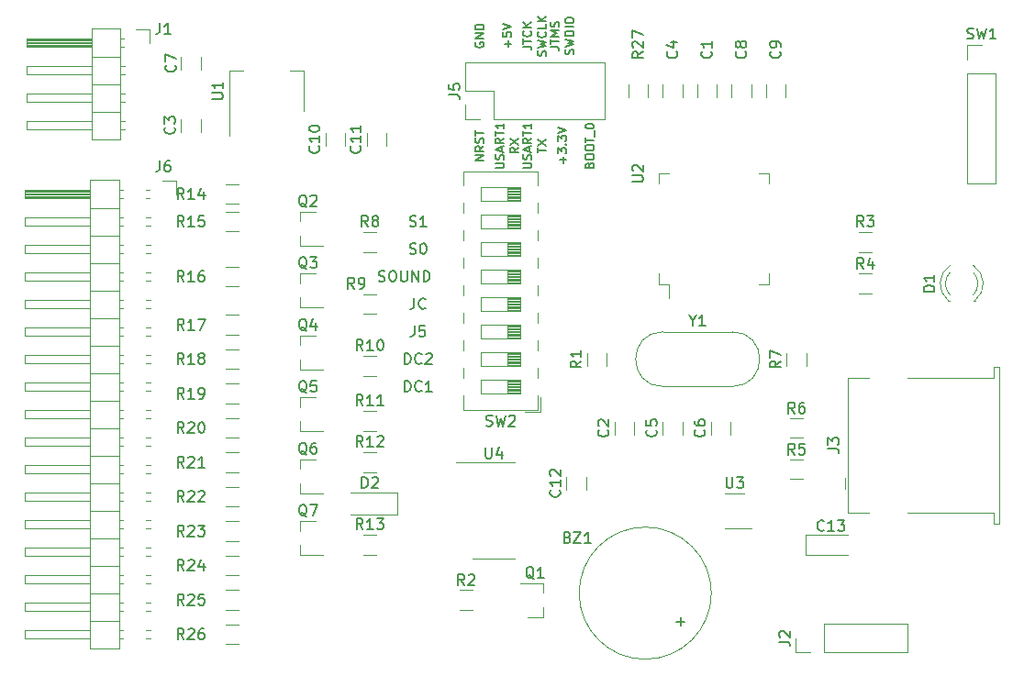
<source format=gbr>
G04 #@! TF.GenerationSoftware,KiCad,Pcbnew,(5.1.5)-3*
G04 #@! TF.CreationDate,2024-07-10T18:19:44+03:00*
G04 #@! TF.ProjectId,Gotek_Floppy_Disk_Emulator_V2,476f7465-6b5f-4466-9c6f-7070795f4469,rev?*
G04 #@! TF.SameCoordinates,Original*
G04 #@! TF.FileFunction,Legend,Top*
G04 #@! TF.FilePolarity,Positive*
%FSLAX46Y46*%
G04 Gerber Fmt 4.6, Leading zero omitted, Abs format (unit mm)*
G04 Created by KiCad (PCBNEW (5.1.5)-3) date 2024-07-10 18:19:44*
%MOMM*%
%LPD*%
G04 APERTURE LIST*
%ADD10C,0.150000*%
%ADD11C,0.120000*%
G04 APERTURE END LIST*
D10*
X117348095Y-75334761D02*
X117490952Y-75382380D01*
X117729047Y-75382380D01*
X117824285Y-75334761D01*
X117871904Y-75287142D01*
X117919523Y-75191904D01*
X117919523Y-75096666D01*
X117871904Y-75001428D01*
X117824285Y-74953809D01*
X117729047Y-74906190D01*
X117538571Y-74858571D01*
X117443333Y-74810952D01*
X117395714Y-74763333D01*
X117348095Y-74668095D01*
X117348095Y-74572857D01*
X117395714Y-74477619D01*
X117443333Y-74430000D01*
X117538571Y-74382380D01*
X117776666Y-74382380D01*
X117919523Y-74430000D01*
X118871904Y-75382380D02*
X118300476Y-75382380D01*
X118586190Y-75382380D02*
X118586190Y-74382380D01*
X118490952Y-74525238D01*
X118395714Y-74620476D01*
X118300476Y-74668095D01*
X117348095Y-77874761D02*
X117490952Y-77922380D01*
X117729047Y-77922380D01*
X117824285Y-77874761D01*
X117871904Y-77827142D01*
X117919523Y-77731904D01*
X117919523Y-77636666D01*
X117871904Y-77541428D01*
X117824285Y-77493809D01*
X117729047Y-77446190D01*
X117538571Y-77398571D01*
X117443333Y-77350952D01*
X117395714Y-77303333D01*
X117348095Y-77208095D01*
X117348095Y-77112857D01*
X117395714Y-77017619D01*
X117443333Y-76970000D01*
X117538571Y-76922380D01*
X117776666Y-76922380D01*
X117919523Y-76970000D01*
X118538571Y-76922380D02*
X118633809Y-76922380D01*
X118729047Y-76970000D01*
X118776666Y-77017619D01*
X118824285Y-77112857D01*
X118871904Y-77303333D01*
X118871904Y-77541428D01*
X118824285Y-77731904D01*
X118776666Y-77827142D01*
X118729047Y-77874761D01*
X118633809Y-77922380D01*
X118538571Y-77922380D01*
X118443333Y-77874761D01*
X118395714Y-77827142D01*
X118348095Y-77731904D01*
X118300476Y-77541428D01*
X118300476Y-77303333D01*
X118348095Y-77112857D01*
X118395714Y-77017619D01*
X118443333Y-76970000D01*
X118538571Y-76922380D01*
X114482857Y-80414761D02*
X114625714Y-80462380D01*
X114863809Y-80462380D01*
X114959047Y-80414761D01*
X115006666Y-80367142D01*
X115054285Y-80271904D01*
X115054285Y-80176666D01*
X115006666Y-80081428D01*
X114959047Y-80033809D01*
X114863809Y-79986190D01*
X114673333Y-79938571D01*
X114578095Y-79890952D01*
X114530476Y-79843333D01*
X114482857Y-79748095D01*
X114482857Y-79652857D01*
X114530476Y-79557619D01*
X114578095Y-79510000D01*
X114673333Y-79462380D01*
X114911428Y-79462380D01*
X115054285Y-79510000D01*
X115673333Y-79462380D02*
X115863809Y-79462380D01*
X115959047Y-79510000D01*
X116054285Y-79605238D01*
X116101904Y-79795714D01*
X116101904Y-80129047D01*
X116054285Y-80319523D01*
X115959047Y-80414761D01*
X115863809Y-80462380D01*
X115673333Y-80462380D01*
X115578095Y-80414761D01*
X115482857Y-80319523D01*
X115435238Y-80129047D01*
X115435238Y-79795714D01*
X115482857Y-79605238D01*
X115578095Y-79510000D01*
X115673333Y-79462380D01*
X116530476Y-79462380D02*
X116530476Y-80271904D01*
X116578095Y-80367142D01*
X116625714Y-80414761D01*
X116720952Y-80462380D01*
X116911428Y-80462380D01*
X117006666Y-80414761D01*
X117054285Y-80367142D01*
X117101904Y-80271904D01*
X117101904Y-79462380D01*
X117578095Y-80462380D02*
X117578095Y-79462380D01*
X118149523Y-80462380D01*
X118149523Y-79462380D01*
X118625714Y-80462380D02*
X118625714Y-79462380D01*
X118863809Y-79462380D01*
X119006666Y-79510000D01*
X119101904Y-79605238D01*
X119149523Y-79700476D01*
X119197142Y-79890952D01*
X119197142Y-80033809D01*
X119149523Y-80224285D01*
X119101904Y-80319523D01*
X119006666Y-80414761D01*
X118863809Y-80462380D01*
X118625714Y-80462380D01*
X117752857Y-82002380D02*
X117752857Y-82716666D01*
X117705238Y-82859523D01*
X117610000Y-82954761D01*
X117467142Y-83002380D01*
X117371904Y-83002380D01*
X118800476Y-82907142D02*
X118752857Y-82954761D01*
X118610000Y-83002380D01*
X118514761Y-83002380D01*
X118371904Y-82954761D01*
X118276666Y-82859523D01*
X118229047Y-82764285D01*
X118181428Y-82573809D01*
X118181428Y-82430952D01*
X118229047Y-82240476D01*
X118276666Y-82145238D01*
X118371904Y-82050000D01*
X118514761Y-82002380D01*
X118610000Y-82002380D01*
X118752857Y-82050000D01*
X118800476Y-82097619D01*
X117776666Y-84542380D02*
X117776666Y-85256666D01*
X117729047Y-85399523D01*
X117633809Y-85494761D01*
X117490952Y-85542380D01*
X117395714Y-85542380D01*
X118729047Y-84542380D02*
X118252857Y-84542380D01*
X118205238Y-85018571D01*
X118252857Y-84970952D01*
X118348095Y-84923333D01*
X118586190Y-84923333D01*
X118681428Y-84970952D01*
X118729047Y-85018571D01*
X118776666Y-85113809D01*
X118776666Y-85351904D01*
X118729047Y-85447142D01*
X118681428Y-85494761D01*
X118586190Y-85542380D01*
X118348095Y-85542380D01*
X118252857Y-85494761D01*
X118205238Y-85447142D01*
X116871904Y-88082380D02*
X116871904Y-87082380D01*
X117110000Y-87082380D01*
X117252857Y-87130000D01*
X117348095Y-87225238D01*
X117395714Y-87320476D01*
X117443333Y-87510952D01*
X117443333Y-87653809D01*
X117395714Y-87844285D01*
X117348095Y-87939523D01*
X117252857Y-88034761D01*
X117110000Y-88082380D01*
X116871904Y-88082380D01*
X118443333Y-87987142D02*
X118395714Y-88034761D01*
X118252857Y-88082380D01*
X118157619Y-88082380D01*
X118014761Y-88034761D01*
X117919523Y-87939523D01*
X117871904Y-87844285D01*
X117824285Y-87653809D01*
X117824285Y-87510952D01*
X117871904Y-87320476D01*
X117919523Y-87225238D01*
X118014761Y-87130000D01*
X118157619Y-87082380D01*
X118252857Y-87082380D01*
X118395714Y-87130000D01*
X118443333Y-87177619D01*
X118824285Y-87177619D02*
X118871904Y-87130000D01*
X118967142Y-87082380D01*
X119205238Y-87082380D01*
X119300476Y-87130000D01*
X119348095Y-87177619D01*
X119395714Y-87272857D01*
X119395714Y-87368095D01*
X119348095Y-87510952D01*
X118776666Y-88082380D01*
X119395714Y-88082380D01*
X116871904Y-90622380D02*
X116871904Y-89622380D01*
X117110000Y-89622380D01*
X117252857Y-89670000D01*
X117348095Y-89765238D01*
X117395714Y-89860476D01*
X117443333Y-90050952D01*
X117443333Y-90193809D01*
X117395714Y-90384285D01*
X117348095Y-90479523D01*
X117252857Y-90574761D01*
X117110000Y-90622380D01*
X116871904Y-90622380D01*
X118443333Y-90527142D02*
X118395714Y-90574761D01*
X118252857Y-90622380D01*
X118157619Y-90622380D01*
X118014761Y-90574761D01*
X117919523Y-90479523D01*
X117871904Y-90384285D01*
X117824285Y-90193809D01*
X117824285Y-90050952D01*
X117871904Y-89860476D01*
X117919523Y-89765238D01*
X118014761Y-89670000D01*
X118157619Y-89622380D01*
X118252857Y-89622380D01*
X118395714Y-89670000D01*
X118443333Y-89717619D01*
X119395714Y-90622380D02*
X118824285Y-90622380D01*
X119110000Y-90622380D02*
X119110000Y-89622380D01*
X119014761Y-89765238D01*
X118919523Y-89860476D01*
X118824285Y-89908095D01*
X133927857Y-69716428D02*
X133965952Y-69602142D01*
X134004047Y-69564047D01*
X134080238Y-69525952D01*
X134194523Y-69525952D01*
X134270714Y-69564047D01*
X134308809Y-69602142D01*
X134346904Y-69678333D01*
X134346904Y-69983095D01*
X133546904Y-69983095D01*
X133546904Y-69716428D01*
X133585000Y-69640238D01*
X133623095Y-69602142D01*
X133699285Y-69564047D01*
X133775476Y-69564047D01*
X133851666Y-69602142D01*
X133889761Y-69640238D01*
X133927857Y-69716428D01*
X133927857Y-69983095D01*
X133546904Y-69030714D02*
X133546904Y-68878333D01*
X133585000Y-68802142D01*
X133661190Y-68725952D01*
X133813571Y-68687857D01*
X134080238Y-68687857D01*
X134232619Y-68725952D01*
X134308809Y-68802142D01*
X134346904Y-68878333D01*
X134346904Y-69030714D01*
X134308809Y-69106904D01*
X134232619Y-69183095D01*
X134080238Y-69221190D01*
X133813571Y-69221190D01*
X133661190Y-69183095D01*
X133585000Y-69106904D01*
X133546904Y-69030714D01*
X133546904Y-68192619D02*
X133546904Y-68040238D01*
X133585000Y-67964047D01*
X133661190Y-67887857D01*
X133813571Y-67849761D01*
X134080238Y-67849761D01*
X134232619Y-67887857D01*
X134308809Y-67964047D01*
X134346904Y-68040238D01*
X134346904Y-68192619D01*
X134308809Y-68268809D01*
X134232619Y-68345000D01*
X134080238Y-68383095D01*
X133813571Y-68383095D01*
X133661190Y-68345000D01*
X133585000Y-68268809D01*
X133546904Y-68192619D01*
X133546904Y-67621190D02*
X133546904Y-67164047D01*
X134346904Y-67392619D02*
X133546904Y-67392619D01*
X134423095Y-67087857D02*
X134423095Y-66478333D01*
X133546904Y-66135476D02*
X133546904Y-66059285D01*
X133585000Y-65983095D01*
X133623095Y-65945000D01*
X133699285Y-65906904D01*
X133851666Y-65868809D01*
X134042142Y-65868809D01*
X134194523Y-65906904D01*
X134270714Y-65945000D01*
X134308809Y-65983095D01*
X134346904Y-66059285D01*
X134346904Y-66135476D01*
X134308809Y-66211666D01*
X134270714Y-66249761D01*
X134194523Y-66287857D01*
X134042142Y-66325952D01*
X133851666Y-66325952D01*
X133699285Y-66287857D01*
X133623095Y-66249761D01*
X133585000Y-66211666D01*
X133546904Y-66135476D01*
X131502142Y-69545000D02*
X131502142Y-68935476D01*
X131806904Y-69240238D02*
X131197380Y-69240238D01*
X131006904Y-68630714D02*
X131006904Y-68135476D01*
X131311666Y-68402142D01*
X131311666Y-68287857D01*
X131349761Y-68211666D01*
X131387857Y-68173571D01*
X131464047Y-68135476D01*
X131654523Y-68135476D01*
X131730714Y-68173571D01*
X131768809Y-68211666D01*
X131806904Y-68287857D01*
X131806904Y-68516428D01*
X131768809Y-68592619D01*
X131730714Y-68630714D01*
X131730714Y-67792619D02*
X131768809Y-67754523D01*
X131806904Y-67792619D01*
X131768809Y-67830714D01*
X131730714Y-67792619D01*
X131806904Y-67792619D01*
X131006904Y-67487857D02*
X131006904Y-66992619D01*
X131311666Y-67259285D01*
X131311666Y-67145000D01*
X131349761Y-67068809D01*
X131387857Y-67030714D01*
X131464047Y-66992619D01*
X131654523Y-66992619D01*
X131730714Y-67030714D01*
X131768809Y-67068809D01*
X131806904Y-67145000D01*
X131806904Y-67373571D01*
X131768809Y-67449761D01*
X131730714Y-67487857D01*
X131006904Y-66764047D02*
X131806904Y-66497380D01*
X131006904Y-66230714D01*
X127791904Y-69983095D02*
X128439523Y-69983095D01*
X128515714Y-69945000D01*
X128553809Y-69906904D01*
X128591904Y-69830714D01*
X128591904Y-69678333D01*
X128553809Y-69602142D01*
X128515714Y-69564047D01*
X128439523Y-69525952D01*
X127791904Y-69525952D01*
X128553809Y-69183095D02*
X128591904Y-69068809D01*
X128591904Y-68878333D01*
X128553809Y-68802142D01*
X128515714Y-68764047D01*
X128439523Y-68725952D01*
X128363333Y-68725952D01*
X128287142Y-68764047D01*
X128249047Y-68802142D01*
X128210952Y-68878333D01*
X128172857Y-69030714D01*
X128134761Y-69106904D01*
X128096666Y-69145000D01*
X128020476Y-69183095D01*
X127944285Y-69183095D01*
X127868095Y-69145000D01*
X127830000Y-69106904D01*
X127791904Y-69030714D01*
X127791904Y-68840238D01*
X127830000Y-68725952D01*
X128363333Y-68421190D02*
X128363333Y-68040238D01*
X128591904Y-68497380D02*
X127791904Y-68230714D01*
X128591904Y-67964047D01*
X128591904Y-67240238D02*
X128210952Y-67506904D01*
X128591904Y-67697380D02*
X127791904Y-67697380D01*
X127791904Y-67392619D01*
X127830000Y-67316428D01*
X127868095Y-67278333D01*
X127944285Y-67240238D01*
X128058571Y-67240238D01*
X128134761Y-67278333D01*
X128172857Y-67316428D01*
X128210952Y-67392619D01*
X128210952Y-67697380D01*
X127791904Y-67011666D02*
X127791904Y-66554523D01*
X128591904Y-66783095D02*
X127791904Y-66783095D01*
X128591904Y-65868809D02*
X128591904Y-66325952D01*
X128591904Y-66097380D02*
X127791904Y-66097380D01*
X127906190Y-66173571D01*
X127982380Y-66249761D01*
X128020476Y-66325952D01*
X129141904Y-68554523D02*
X129141904Y-68097380D01*
X129941904Y-68325952D02*
X129141904Y-68325952D01*
X129141904Y-67906904D02*
X129941904Y-67373571D01*
X129141904Y-67373571D02*
X129941904Y-67906904D01*
X125251904Y-69983095D02*
X125899523Y-69983095D01*
X125975714Y-69945000D01*
X126013809Y-69906904D01*
X126051904Y-69830714D01*
X126051904Y-69678333D01*
X126013809Y-69602142D01*
X125975714Y-69564047D01*
X125899523Y-69525952D01*
X125251904Y-69525952D01*
X126013809Y-69183095D02*
X126051904Y-69068809D01*
X126051904Y-68878333D01*
X126013809Y-68802142D01*
X125975714Y-68764047D01*
X125899523Y-68725952D01*
X125823333Y-68725952D01*
X125747142Y-68764047D01*
X125709047Y-68802142D01*
X125670952Y-68878333D01*
X125632857Y-69030714D01*
X125594761Y-69106904D01*
X125556666Y-69145000D01*
X125480476Y-69183095D01*
X125404285Y-69183095D01*
X125328095Y-69145000D01*
X125290000Y-69106904D01*
X125251904Y-69030714D01*
X125251904Y-68840238D01*
X125290000Y-68725952D01*
X125823333Y-68421190D02*
X125823333Y-68040238D01*
X126051904Y-68497380D02*
X125251904Y-68230714D01*
X126051904Y-67964047D01*
X126051904Y-67240238D02*
X125670952Y-67506904D01*
X126051904Y-67697380D02*
X125251904Y-67697380D01*
X125251904Y-67392619D01*
X125290000Y-67316428D01*
X125328095Y-67278333D01*
X125404285Y-67240238D01*
X125518571Y-67240238D01*
X125594761Y-67278333D01*
X125632857Y-67316428D01*
X125670952Y-67392619D01*
X125670952Y-67697380D01*
X125251904Y-67011666D02*
X125251904Y-66554523D01*
X126051904Y-66783095D02*
X125251904Y-66783095D01*
X126051904Y-65868809D02*
X126051904Y-66325952D01*
X126051904Y-66097380D02*
X125251904Y-66097380D01*
X125366190Y-66173571D01*
X125442380Y-66249761D01*
X125480476Y-66325952D01*
X127401904Y-68078333D02*
X127020952Y-68345000D01*
X127401904Y-68535476D02*
X126601904Y-68535476D01*
X126601904Y-68230714D01*
X126640000Y-68154523D01*
X126678095Y-68116428D01*
X126754285Y-68078333D01*
X126868571Y-68078333D01*
X126944761Y-68116428D01*
X126982857Y-68154523D01*
X127020952Y-68230714D01*
X127020952Y-68535476D01*
X126601904Y-67811666D02*
X127401904Y-67278333D01*
X126601904Y-67278333D02*
X127401904Y-67811666D01*
X124186904Y-69259285D02*
X123386904Y-69259285D01*
X124186904Y-68802142D01*
X123386904Y-68802142D01*
X124186904Y-67964047D02*
X123805952Y-68230714D01*
X124186904Y-68421190D02*
X123386904Y-68421190D01*
X123386904Y-68116428D01*
X123425000Y-68040238D01*
X123463095Y-68002142D01*
X123539285Y-67964047D01*
X123653571Y-67964047D01*
X123729761Y-68002142D01*
X123767857Y-68040238D01*
X123805952Y-68116428D01*
X123805952Y-68421190D01*
X124148809Y-67659285D02*
X124186904Y-67545000D01*
X124186904Y-67354523D01*
X124148809Y-67278333D01*
X124110714Y-67240238D01*
X124034523Y-67202142D01*
X123958333Y-67202142D01*
X123882142Y-67240238D01*
X123844047Y-67278333D01*
X123805952Y-67354523D01*
X123767857Y-67506904D01*
X123729761Y-67583095D01*
X123691666Y-67621190D01*
X123615476Y-67659285D01*
X123539285Y-67659285D01*
X123463095Y-67621190D01*
X123425000Y-67583095D01*
X123386904Y-67506904D01*
X123386904Y-67316428D01*
X123425000Y-67202142D01*
X123386904Y-66973571D02*
X123386904Y-66516428D01*
X124186904Y-66745000D02*
X123386904Y-66745000D01*
X130331904Y-58813571D02*
X130903333Y-58813571D01*
X131017619Y-58851666D01*
X131093809Y-58927857D01*
X131131904Y-59042142D01*
X131131904Y-59118333D01*
X130331904Y-58546904D02*
X130331904Y-58089761D01*
X131131904Y-58318333D02*
X130331904Y-58318333D01*
X131131904Y-57823095D02*
X130331904Y-57823095D01*
X130903333Y-57556428D01*
X130331904Y-57289761D01*
X131131904Y-57289761D01*
X131093809Y-56946904D02*
X131131904Y-56832619D01*
X131131904Y-56642142D01*
X131093809Y-56565952D01*
X131055714Y-56527857D01*
X130979523Y-56489761D01*
X130903333Y-56489761D01*
X130827142Y-56527857D01*
X130789047Y-56565952D01*
X130750952Y-56642142D01*
X130712857Y-56794523D01*
X130674761Y-56870714D01*
X130636666Y-56908809D01*
X130560476Y-56946904D01*
X130484285Y-56946904D01*
X130408095Y-56908809D01*
X130370000Y-56870714D01*
X130331904Y-56794523D01*
X130331904Y-56604047D01*
X130370000Y-56489761D01*
X132443809Y-59480238D02*
X132481904Y-59365952D01*
X132481904Y-59175476D01*
X132443809Y-59099285D01*
X132405714Y-59061190D01*
X132329523Y-59023095D01*
X132253333Y-59023095D01*
X132177142Y-59061190D01*
X132139047Y-59099285D01*
X132100952Y-59175476D01*
X132062857Y-59327857D01*
X132024761Y-59404047D01*
X131986666Y-59442142D01*
X131910476Y-59480238D01*
X131834285Y-59480238D01*
X131758095Y-59442142D01*
X131720000Y-59404047D01*
X131681904Y-59327857D01*
X131681904Y-59137380D01*
X131720000Y-59023095D01*
X131681904Y-58756428D02*
X132481904Y-58565952D01*
X131910476Y-58413571D01*
X132481904Y-58261190D01*
X131681904Y-58070714D01*
X132481904Y-57765952D02*
X131681904Y-57765952D01*
X131681904Y-57575476D01*
X131720000Y-57461190D01*
X131796190Y-57385000D01*
X131872380Y-57346904D01*
X132024761Y-57308809D01*
X132139047Y-57308809D01*
X132291428Y-57346904D01*
X132367619Y-57385000D01*
X132443809Y-57461190D01*
X132481904Y-57575476D01*
X132481904Y-57765952D01*
X132481904Y-56965952D02*
X131681904Y-56965952D01*
X131681904Y-56432619D02*
X131681904Y-56280238D01*
X131720000Y-56204047D01*
X131796190Y-56127857D01*
X131948571Y-56089761D01*
X132215238Y-56089761D01*
X132367619Y-56127857D01*
X132443809Y-56204047D01*
X132481904Y-56280238D01*
X132481904Y-56432619D01*
X132443809Y-56508809D01*
X132367619Y-56585000D01*
X132215238Y-56623095D01*
X131948571Y-56623095D01*
X131796190Y-56585000D01*
X131720000Y-56508809D01*
X131681904Y-56432619D01*
X127791904Y-58775476D02*
X128363333Y-58775476D01*
X128477619Y-58813571D01*
X128553809Y-58889761D01*
X128591904Y-59004047D01*
X128591904Y-59080238D01*
X127791904Y-58508809D02*
X127791904Y-58051666D01*
X128591904Y-58280238D02*
X127791904Y-58280238D01*
X128515714Y-57327857D02*
X128553809Y-57365952D01*
X128591904Y-57480238D01*
X128591904Y-57556428D01*
X128553809Y-57670714D01*
X128477619Y-57746904D01*
X128401428Y-57785000D01*
X128249047Y-57823095D01*
X128134761Y-57823095D01*
X127982380Y-57785000D01*
X127906190Y-57746904D01*
X127830000Y-57670714D01*
X127791904Y-57556428D01*
X127791904Y-57480238D01*
X127830000Y-57365952D01*
X127868095Y-57327857D01*
X128591904Y-56985000D02*
X127791904Y-56985000D01*
X128591904Y-56527857D02*
X128134761Y-56870714D01*
X127791904Y-56527857D02*
X128249047Y-56985000D01*
X129903809Y-59594523D02*
X129941904Y-59480238D01*
X129941904Y-59289761D01*
X129903809Y-59213571D01*
X129865714Y-59175476D01*
X129789523Y-59137380D01*
X129713333Y-59137380D01*
X129637142Y-59175476D01*
X129599047Y-59213571D01*
X129560952Y-59289761D01*
X129522857Y-59442142D01*
X129484761Y-59518333D01*
X129446666Y-59556428D01*
X129370476Y-59594523D01*
X129294285Y-59594523D01*
X129218095Y-59556428D01*
X129180000Y-59518333D01*
X129141904Y-59442142D01*
X129141904Y-59251666D01*
X129180000Y-59137380D01*
X129141904Y-58870714D02*
X129941904Y-58680238D01*
X129370476Y-58527857D01*
X129941904Y-58375476D01*
X129141904Y-58185000D01*
X129865714Y-57423095D02*
X129903809Y-57461190D01*
X129941904Y-57575476D01*
X129941904Y-57651666D01*
X129903809Y-57765952D01*
X129827619Y-57842142D01*
X129751428Y-57880238D01*
X129599047Y-57918333D01*
X129484761Y-57918333D01*
X129332380Y-57880238D01*
X129256190Y-57842142D01*
X129180000Y-57765952D01*
X129141904Y-57651666D01*
X129141904Y-57575476D01*
X129180000Y-57461190D01*
X129218095Y-57423095D01*
X129941904Y-56699285D02*
X129941904Y-57080238D01*
X129141904Y-57080238D01*
X129941904Y-56432619D02*
X129141904Y-56432619D01*
X129941904Y-55975476D02*
X129484761Y-56318333D01*
X129141904Y-55975476D02*
X129599047Y-56432619D01*
X126422142Y-58813571D02*
X126422142Y-58204047D01*
X126726904Y-58508809D02*
X126117380Y-58508809D01*
X125926904Y-57442142D02*
X125926904Y-57823095D01*
X126307857Y-57861190D01*
X126269761Y-57823095D01*
X126231666Y-57746904D01*
X126231666Y-57556428D01*
X126269761Y-57480238D01*
X126307857Y-57442142D01*
X126384047Y-57404047D01*
X126574523Y-57404047D01*
X126650714Y-57442142D01*
X126688809Y-57480238D01*
X126726904Y-57556428D01*
X126726904Y-57746904D01*
X126688809Y-57823095D01*
X126650714Y-57861190D01*
X125926904Y-57175476D02*
X126726904Y-56908809D01*
X125926904Y-56642142D01*
X123425000Y-58394523D02*
X123386904Y-58470714D01*
X123386904Y-58585000D01*
X123425000Y-58699285D01*
X123501190Y-58775476D01*
X123577380Y-58813571D01*
X123729761Y-58851666D01*
X123844047Y-58851666D01*
X123996428Y-58813571D01*
X124072619Y-58775476D01*
X124148809Y-58699285D01*
X124186904Y-58585000D01*
X124186904Y-58508809D01*
X124148809Y-58394523D01*
X124110714Y-58356428D01*
X123844047Y-58356428D01*
X123844047Y-58508809D01*
X124186904Y-58013571D02*
X123386904Y-58013571D01*
X124186904Y-57556428D01*
X123386904Y-57556428D01*
X124186904Y-57175476D02*
X123386904Y-57175476D01*
X123386904Y-56985000D01*
X123425000Y-56870714D01*
X123501190Y-56794523D01*
X123577380Y-56756428D01*
X123729761Y-56718333D01*
X123844047Y-56718333D01*
X123996428Y-56756428D01*
X124072619Y-56794523D01*
X124148809Y-56870714D01*
X124186904Y-56985000D01*
X124186904Y-57175476D01*
D11*
X145175000Y-109220000D02*
G75*
G03X145175000Y-109220000I-6100000J0D01*
G01*
X150525000Y-71405000D02*
X150525000Y-70455000D01*
X150525000Y-70455000D02*
X149575000Y-70455000D01*
X150525000Y-79725000D02*
X150525000Y-80675000D01*
X150525000Y-80675000D02*
X149575000Y-80675000D01*
X140305000Y-71405000D02*
X140305000Y-70455000D01*
X140305000Y-70455000D02*
X141255000Y-70455000D01*
X140305000Y-79725000D02*
X140305000Y-80675000D01*
X140305000Y-80675000D02*
X141255000Y-80675000D01*
X141255000Y-80675000D02*
X141255000Y-82015000D01*
X95758000Y-71120000D02*
X94488000Y-71120000D01*
X95758000Y-72390000D02*
X95758000Y-71120000D01*
X93445071Y-113410000D02*
X92990929Y-113410000D01*
X93445071Y-112650000D02*
X92990929Y-112650000D01*
X90905071Y-113410000D02*
X90508000Y-113410000D01*
X90905071Y-112650000D02*
X90508000Y-112650000D01*
X81848000Y-113410000D02*
X87848000Y-113410000D01*
X81848000Y-112650000D02*
X81848000Y-113410000D01*
X87848000Y-112650000D02*
X81848000Y-112650000D01*
X90508000Y-111760000D02*
X87848000Y-111760000D01*
X93445071Y-110870000D02*
X92990929Y-110870000D01*
X93445071Y-110110000D02*
X92990929Y-110110000D01*
X90905071Y-110870000D02*
X90508000Y-110870000D01*
X90905071Y-110110000D02*
X90508000Y-110110000D01*
X81848000Y-110870000D02*
X87848000Y-110870000D01*
X81848000Y-110110000D02*
X81848000Y-110870000D01*
X87848000Y-110110000D02*
X81848000Y-110110000D01*
X90508000Y-109220000D02*
X87848000Y-109220000D01*
X93445071Y-108330000D02*
X92990929Y-108330000D01*
X93445071Y-107570000D02*
X92990929Y-107570000D01*
X90905071Y-108330000D02*
X90508000Y-108330000D01*
X90905071Y-107570000D02*
X90508000Y-107570000D01*
X81848000Y-108330000D02*
X87848000Y-108330000D01*
X81848000Y-107570000D02*
X81848000Y-108330000D01*
X87848000Y-107570000D02*
X81848000Y-107570000D01*
X90508000Y-106680000D02*
X87848000Y-106680000D01*
X93445071Y-105790000D02*
X92990929Y-105790000D01*
X93445071Y-105030000D02*
X92990929Y-105030000D01*
X90905071Y-105790000D02*
X90508000Y-105790000D01*
X90905071Y-105030000D02*
X90508000Y-105030000D01*
X81848000Y-105790000D02*
X87848000Y-105790000D01*
X81848000Y-105030000D02*
X81848000Y-105790000D01*
X87848000Y-105030000D02*
X81848000Y-105030000D01*
X90508000Y-104140000D02*
X87848000Y-104140000D01*
X93445071Y-103250000D02*
X92990929Y-103250000D01*
X93445071Y-102490000D02*
X92990929Y-102490000D01*
X90905071Y-103250000D02*
X90508000Y-103250000D01*
X90905071Y-102490000D02*
X90508000Y-102490000D01*
X81848000Y-103250000D02*
X87848000Y-103250000D01*
X81848000Y-102490000D02*
X81848000Y-103250000D01*
X87848000Y-102490000D02*
X81848000Y-102490000D01*
X90508000Y-101600000D02*
X87848000Y-101600000D01*
X93445071Y-100710000D02*
X92990929Y-100710000D01*
X93445071Y-99950000D02*
X92990929Y-99950000D01*
X90905071Y-100710000D02*
X90508000Y-100710000D01*
X90905071Y-99950000D02*
X90508000Y-99950000D01*
X81848000Y-100710000D02*
X87848000Y-100710000D01*
X81848000Y-99950000D02*
X81848000Y-100710000D01*
X87848000Y-99950000D02*
X81848000Y-99950000D01*
X90508000Y-99060000D02*
X87848000Y-99060000D01*
X93445071Y-98170000D02*
X92990929Y-98170000D01*
X93445071Y-97410000D02*
X92990929Y-97410000D01*
X90905071Y-98170000D02*
X90508000Y-98170000D01*
X90905071Y-97410000D02*
X90508000Y-97410000D01*
X81848000Y-98170000D02*
X87848000Y-98170000D01*
X81848000Y-97410000D02*
X81848000Y-98170000D01*
X87848000Y-97410000D02*
X81848000Y-97410000D01*
X90508000Y-96520000D02*
X87848000Y-96520000D01*
X93445071Y-95630000D02*
X92990929Y-95630000D01*
X93445071Y-94870000D02*
X92990929Y-94870000D01*
X90905071Y-95630000D02*
X90508000Y-95630000D01*
X90905071Y-94870000D02*
X90508000Y-94870000D01*
X81848000Y-95630000D02*
X87848000Y-95630000D01*
X81848000Y-94870000D02*
X81848000Y-95630000D01*
X87848000Y-94870000D02*
X81848000Y-94870000D01*
X90508000Y-93980000D02*
X87848000Y-93980000D01*
X93445071Y-93090000D02*
X92990929Y-93090000D01*
X93445071Y-92330000D02*
X92990929Y-92330000D01*
X90905071Y-93090000D02*
X90508000Y-93090000D01*
X90905071Y-92330000D02*
X90508000Y-92330000D01*
X81848000Y-93090000D02*
X87848000Y-93090000D01*
X81848000Y-92330000D02*
X81848000Y-93090000D01*
X87848000Y-92330000D02*
X81848000Y-92330000D01*
X90508000Y-91440000D02*
X87848000Y-91440000D01*
X93445071Y-90550000D02*
X92990929Y-90550000D01*
X93445071Y-89790000D02*
X92990929Y-89790000D01*
X90905071Y-90550000D02*
X90508000Y-90550000D01*
X90905071Y-89790000D02*
X90508000Y-89790000D01*
X81848000Y-90550000D02*
X87848000Y-90550000D01*
X81848000Y-89790000D02*
X81848000Y-90550000D01*
X87848000Y-89790000D02*
X81848000Y-89790000D01*
X90508000Y-88900000D02*
X87848000Y-88900000D01*
X93445071Y-88010000D02*
X92990929Y-88010000D01*
X93445071Y-87250000D02*
X92990929Y-87250000D01*
X90905071Y-88010000D02*
X90508000Y-88010000D01*
X90905071Y-87250000D02*
X90508000Y-87250000D01*
X81848000Y-88010000D02*
X87848000Y-88010000D01*
X81848000Y-87250000D02*
X81848000Y-88010000D01*
X87848000Y-87250000D02*
X81848000Y-87250000D01*
X90508000Y-86360000D02*
X87848000Y-86360000D01*
X93445071Y-85470000D02*
X92990929Y-85470000D01*
X93445071Y-84710000D02*
X92990929Y-84710000D01*
X90905071Y-85470000D02*
X90508000Y-85470000D01*
X90905071Y-84710000D02*
X90508000Y-84710000D01*
X81848000Y-85470000D02*
X87848000Y-85470000D01*
X81848000Y-84710000D02*
X81848000Y-85470000D01*
X87848000Y-84710000D02*
X81848000Y-84710000D01*
X90508000Y-83820000D02*
X87848000Y-83820000D01*
X93445071Y-82930000D02*
X92990929Y-82930000D01*
X93445071Y-82170000D02*
X92990929Y-82170000D01*
X90905071Y-82930000D02*
X90508000Y-82930000D01*
X90905071Y-82170000D02*
X90508000Y-82170000D01*
X81848000Y-82930000D02*
X87848000Y-82930000D01*
X81848000Y-82170000D02*
X81848000Y-82930000D01*
X87848000Y-82170000D02*
X81848000Y-82170000D01*
X90508000Y-81280000D02*
X87848000Y-81280000D01*
X93445071Y-80390000D02*
X92990929Y-80390000D01*
X93445071Y-79630000D02*
X92990929Y-79630000D01*
X90905071Y-80390000D02*
X90508000Y-80390000D01*
X90905071Y-79630000D02*
X90508000Y-79630000D01*
X81848000Y-80390000D02*
X87848000Y-80390000D01*
X81848000Y-79630000D02*
X81848000Y-80390000D01*
X87848000Y-79630000D02*
X81848000Y-79630000D01*
X90508000Y-78740000D02*
X87848000Y-78740000D01*
X93445071Y-77850000D02*
X92990929Y-77850000D01*
X93445071Y-77090000D02*
X92990929Y-77090000D01*
X90905071Y-77850000D02*
X90508000Y-77850000D01*
X90905071Y-77090000D02*
X90508000Y-77090000D01*
X81848000Y-77850000D02*
X87848000Y-77850000D01*
X81848000Y-77090000D02*
X81848000Y-77850000D01*
X87848000Y-77090000D02*
X81848000Y-77090000D01*
X90508000Y-76200000D02*
X87848000Y-76200000D01*
X93445071Y-75310000D02*
X92990929Y-75310000D01*
X93445071Y-74550000D02*
X92990929Y-74550000D01*
X90905071Y-75310000D02*
X90508000Y-75310000D01*
X90905071Y-74550000D02*
X90508000Y-74550000D01*
X81848000Y-75310000D02*
X87848000Y-75310000D01*
X81848000Y-74550000D02*
X81848000Y-75310000D01*
X87848000Y-74550000D02*
X81848000Y-74550000D01*
X90508000Y-73660000D02*
X87848000Y-73660000D01*
X93378000Y-72770000D02*
X92990929Y-72770000D01*
X93378000Y-72010000D02*
X92990929Y-72010000D01*
X90905071Y-72770000D02*
X90508000Y-72770000D01*
X90905071Y-72010000D02*
X90508000Y-72010000D01*
X87848000Y-72670000D02*
X81848000Y-72670000D01*
X87848000Y-72550000D02*
X81848000Y-72550000D01*
X87848000Y-72430000D02*
X81848000Y-72430000D01*
X87848000Y-72310000D02*
X81848000Y-72310000D01*
X87848000Y-72190000D02*
X81848000Y-72190000D01*
X87848000Y-72070000D02*
X81848000Y-72070000D01*
X81848000Y-72770000D02*
X87848000Y-72770000D01*
X81848000Y-72010000D02*
X81848000Y-72770000D01*
X87848000Y-72010000D02*
X81848000Y-72010000D01*
X87848000Y-71060000D02*
X90508000Y-71060000D01*
X87848000Y-114360000D02*
X87848000Y-71060000D01*
X90508000Y-114360000D02*
X87848000Y-114360000D01*
X90508000Y-71060000D02*
X90508000Y-114360000D01*
X93345000Y-57150000D02*
X92075000Y-57150000D01*
X93345000Y-58420000D02*
X93345000Y-57150000D01*
X91032071Y-66420000D02*
X90635000Y-66420000D01*
X91032071Y-65660000D02*
X90635000Y-65660000D01*
X81975000Y-66420000D02*
X87975000Y-66420000D01*
X81975000Y-65660000D02*
X81975000Y-66420000D01*
X87975000Y-65660000D02*
X81975000Y-65660000D01*
X90635000Y-64770000D02*
X87975000Y-64770000D01*
X91032071Y-63880000D02*
X90635000Y-63880000D01*
X91032071Y-63120000D02*
X90635000Y-63120000D01*
X81975000Y-63880000D02*
X87975000Y-63880000D01*
X81975000Y-63120000D02*
X81975000Y-63880000D01*
X87975000Y-63120000D02*
X81975000Y-63120000D01*
X90635000Y-62230000D02*
X87975000Y-62230000D01*
X91032071Y-61340000D02*
X90635000Y-61340000D01*
X91032071Y-60580000D02*
X90635000Y-60580000D01*
X81975000Y-61340000D02*
X87975000Y-61340000D01*
X81975000Y-60580000D02*
X81975000Y-61340000D01*
X87975000Y-60580000D02*
X81975000Y-60580000D01*
X90635000Y-59690000D02*
X87975000Y-59690000D01*
X90965000Y-58800000D02*
X90635000Y-58800000D01*
X90965000Y-58040000D02*
X90635000Y-58040000D01*
X87975000Y-58700000D02*
X81975000Y-58700000D01*
X87975000Y-58580000D02*
X81975000Y-58580000D01*
X87975000Y-58460000D02*
X81975000Y-58460000D01*
X87975000Y-58340000D02*
X81975000Y-58340000D01*
X87975000Y-58220000D02*
X81975000Y-58220000D01*
X87975000Y-58100000D02*
X81975000Y-58100000D01*
X81975000Y-58800000D02*
X87975000Y-58800000D01*
X81975000Y-58040000D02*
X81975000Y-58800000D01*
X87975000Y-58040000D02*
X81975000Y-58040000D01*
X87975000Y-57090000D02*
X90635000Y-57090000D01*
X87975000Y-67370000D02*
X87975000Y-57090000D01*
X90635000Y-67370000D02*
X87975000Y-67370000D01*
X90635000Y-57090000D02*
X90635000Y-67370000D01*
X163255000Y-114695000D02*
X163255000Y-112035000D01*
X155575000Y-114695000D02*
X163255000Y-114695000D01*
X155575000Y-112035000D02*
X163255000Y-112035000D01*
X155575000Y-114695000D02*
X155575000Y-112035000D01*
X154305000Y-114695000D02*
X152975000Y-114695000D01*
X152975000Y-114695000D02*
X152975000Y-113365000D01*
X143870000Y-62262936D02*
X143870000Y-63467064D01*
X145690000Y-62262936D02*
X145690000Y-63467064D01*
X138070000Y-93377936D02*
X138070000Y-94582064D01*
X136250000Y-93377936D02*
X136250000Y-94582064D01*
X98065000Y-65437936D02*
X98065000Y-66642064D01*
X96245000Y-65437936D02*
X96245000Y-66642064D01*
X142515000Y-62262936D02*
X142515000Y-63467064D01*
X140695000Y-62262936D02*
X140695000Y-63467064D01*
X140695000Y-93377936D02*
X140695000Y-94582064D01*
X142515000Y-93377936D02*
X142515000Y-94582064D01*
X146960000Y-93377936D02*
X146960000Y-94582064D01*
X145140000Y-93377936D02*
X145140000Y-94582064D01*
X98065000Y-60927064D02*
X98065000Y-59722936D01*
X96245000Y-60927064D02*
X96245000Y-59722936D01*
X147045000Y-62262936D02*
X147045000Y-63467064D01*
X148865000Y-62262936D02*
X148865000Y-63467064D01*
X152040000Y-62262936D02*
X152040000Y-63467064D01*
X150220000Y-62262936D02*
X150220000Y-63467064D01*
X111400000Y-66707936D02*
X111400000Y-67912064D01*
X109580000Y-66707936D02*
X109580000Y-67912064D01*
X115210000Y-66707936D02*
X115210000Y-67912064D01*
X113390000Y-66707936D02*
X113390000Y-67912064D01*
X131805000Y-98457936D02*
X131805000Y-99662064D01*
X133625000Y-98457936D02*
X133625000Y-99662064D01*
X153900000Y-105710000D02*
X157810000Y-105710000D01*
X153900000Y-103840000D02*
X153900000Y-105710000D01*
X157810000Y-103840000D02*
X153900000Y-103840000D01*
X116215000Y-99965000D02*
X111915000Y-99965000D01*
X116215000Y-101965000D02*
X116215000Y-99965000D01*
X111915000Y-101965000D02*
X116215000Y-101965000D01*
X171740000Y-102810000D02*
X171740000Y-88310000D01*
X171740000Y-88310000D02*
X171240000Y-88310000D01*
X171240000Y-88310000D02*
X171240000Y-89310000D01*
X171240000Y-89310000D02*
X163240000Y-89310000D01*
X159740000Y-89310000D02*
X157740000Y-89310000D01*
X157740000Y-89310000D02*
X157740000Y-101810000D01*
X157740000Y-101810000D02*
X159740000Y-101810000D01*
X163240000Y-101810000D02*
X171240000Y-101810000D01*
X171240000Y-101810000D02*
X171240000Y-102810000D01*
X171240000Y-102810000D02*
X171740000Y-102810000D01*
X157490000Y-99560000D02*
X157490000Y-98560000D01*
X122495000Y-65465000D02*
X122495000Y-64135000D01*
X123825000Y-65465000D02*
X122495000Y-65465000D01*
X122495000Y-62865000D02*
X122495000Y-60265000D01*
X125095000Y-62865000D02*
X122495000Y-62865000D01*
X125095000Y-65465000D02*
X125095000Y-62865000D01*
X122495000Y-60265000D02*
X135315000Y-60265000D01*
X125095000Y-65465000D02*
X135315000Y-65465000D01*
X135315000Y-65465000D02*
X135315000Y-60265000D01*
X129665000Y-111435000D02*
X128205000Y-111435000D01*
X129665000Y-108275000D02*
X127505000Y-108275000D01*
X129665000Y-108275000D02*
X129665000Y-109205000D01*
X129665000Y-111435000D02*
X129665000Y-110505000D01*
X107190000Y-73985000D02*
X108650000Y-73985000D01*
X107190000Y-77145000D02*
X109350000Y-77145000D01*
X107190000Y-77145000D02*
X107190000Y-76215000D01*
X107190000Y-73985000D02*
X107190000Y-74915000D01*
X107190000Y-79700000D02*
X107190000Y-80630000D01*
X107190000Y-82860000D02*
X107190000Y-81930000D01*
X107190000Y-82860000D02*
X109350000Y-82860000D01*
X107190000Y-79700000D02*
X108650000Y-79700000D01*
X107190000Y-85415000D02*
X108650000Y-85415000D01*
X107190000Y-88575000D02*
X109350000Y-88575000D01*
X107190000Y-88575000D02*
X107190000Y-87645000D01*
X107190000Y-85415000D02*
X107190000Y-86345000D01*
X107190000Y-91130000D02*
X107190000Y-92060000D01*
X107190000Y-94290000D02*
X107190000Y-93360000D01*
X107190000Y-94290000D02*
X109350000Y-94290000D01*
X107190000Y-91130000D02*
X108650000Y-91130000D01*
X107190000Y-96845000D02*
X108650000Y-96845000D01*
X107190000Y-100005000D02*
X109350000Y-100005000D01*
X107190000Y-100005000D02*
X107190000Y-99075000D01*
X107190000Y-96845000D02*
X107190000Y-97775000D01*
X107190000Y-102560000D02*
X107190000Y-103490000D01*
X107190000Y-105720000D02*
X107190000Y-104790000D01*
X107190000Y-105720000D02*
X109350000Y-105720000D01*
X107190000Y-102560000D02*
X108650000Y-102560000D01*
X135530000Y-87027936D02*
X135530000Y-88232064D01*
X133710000Y-87027936D02*
X133710000Y-88232064D01*
X121952936Y-108945000D02*
X123157064Y-108945000D01*
X121952936Y-110765000D02*
X123157064Y-110765000D01*
X159987064Y-75925000D02*
X158782936Y-75925000D01*
X159987064Y-77745000D02*
X158782936Y-77745000D01*
X158782936Y-81555000D02*
X159987064Y-81555000D01*
X158782936Y-79735000D02*
X159987064Y-79735000D01*
X152432936Y-96880000D02*
X153637064Y-96880000D01*
X152432936Y-98700000D02*
X153637064Y-98700000D01*
X152432936Y-94890000D02*
X153637064Y-94890000D01*
X152432936Y-93070000D02*
X153637064Y-93070000D01*
X153945000Y-87027936D02*
X153945000Y-88232064D01*
X152125000Y-87027936D02*
X152125000Y-88232064D01*
X114267064Y-77745000D02*
X113062936Y-77745000D01*
X114267064Y-75925000D02*
X113062936Y-75925000D01*
X114267064Y-81640000D02*
X113062936Y-81640000D01*
X114267064Y-83460000D02*
X113062936Y-83460000D01*
X114267064Y-89175000D02*
X113062936Y-89175000D01*
X114267064Y-87355000D02*
X113062936Y-87355000D01*
X114267064Y-92435000D02*
X113062936Y-92435000D01*
X114267064Y-94255000D02*
X113062936Y-94255000D01*
X114267064Y-98065000D02*
X113062936Y-98065000D01*
X114267064Y-96245000D02*
X113062936Y-96245000D01*
X114267064Y-103865000D02*
X113062936Y-103865000D01*
X114267064Y-105685000D02*
X113062936Y-105685000D01*
X100362936Y-71480000D02*
X101567064Y-71480000D01*
X100362936Y-73300000D02*
X101567064Y-73300000D01*
X100362936Y-75840000D02*
X101567064Y-75840000D01*
X100362936Y-74020000D02*
X101567064Y-74020000D01*
X100362936Y-80920000D02*
X101567064Y-80920000D01*
X100362936Y-79100000D02*
X101567064Y-79100000D01*
X100362936Y-83545000D02*
X101567064Y-83545000D01*
X100362936Y-85365000D02*
X101567064Y-85365000D01*
X100362936Y-86720000D02*
X101567064Y-86720000D01*
X100362936Y-88540000D02*
X101567064Y-88540000D01*
X100362936Y-91715000D02*
X101567064Y-91715000D01*
X100362936Y-89895000D02*
X101567064Y-89895000D01*
X100362936Y-93070000D02*
X101567064Y-93070000D01*
X100362936Y-94890000D02*
X101567064Y-94890000D01*
X100362936Y-98065000D02*
X101567064Y-98065000D01*
X100362936Y-96245000D02*
X101567064Y-96245000D01*
X100362936Y-99420000D02*
X101567064Y-99420000D01*
X100362936Y-101240000D02*
X101567064Y-101240000D01*
X100362936Y-104415000D02*
X101567064Y-104415000D01*
X100362936Y-102595000D02*
X101567064Y-102595000D01*
X100362936Y-105770000D02*
X101567064Y-105770000D01*
X100362936Y-107590000D02*
X101567064Y-107590000D01*
X100362936Y-110765000D02*
X101567064Y-110765000D01*
X100362936Y-108945000D02*
X101567064Y-108945000D01*
X100362936Y-113940000D02*
X101567064Y-113940000D01*
X100362936Y-112120000D02*
X101567064Y-112120000D01*
X168773800Y-71434000D02*
X171433800Y-71434000D01*
X168773800Y-61214000D02*
X168773800Y-71434000D01*
X171433800Y-61214000D02*
X171433800Y-71434000D01*
X168773800Y-61214000D02*
X171433800Y-61214000D01*
X168773800Y-59944000D02*
X168773800Y-58614000D01*
X168773800Y-58614000D02*
X170103800Y-58614000D01*
X126333333Y-73025000D02*
X126333333Y-71755000D01*
X127540000Y-71825000D02*
X126333333Y-71825000D01*
X127540000Y-71945000D02*
X126333333Y-71945000D01*
X127540000Y-72065000D02*
X126333333Y-72065000D01*
X127540000Y-72185000D02*
X126333333Y-72185000D01*
X127540000Y-72305000D02*
X126333333Y-72305000D01*
X127540000Y-72425000D02*
X126333333Y-72425000D01*
X127540000Y-72545000D02*
X126333333Y-72545000D01*
X127540000Y-72665000D02*
X126333333Y-72665000D01*
X127540000Y-72785000D02*
X126333333Y-72785000D01*
X127540000Y-72905000D02*
X126333333Y-72905000D01*
X123920000Y-73025000D02*
X127540000Y-73025000D01*
X123920000Y-71755000D02*
X123920000Y-73025000D01*
X127540000Y-71755000D02*
X123920000Y-71755000D01*
X127540000Y-73025000D02*
X127540000Y-71755000D01*
X126333333Y-75565000D02*
X126333333Y-74295000D01*
X127540000Y-74365000D02*
X126333333Y-74365000D01*
X127540000Y-74485000D02*
X126333333Y-74485000D01*
X127540000Y-74605000D02*
X126333333Y-74605000D01*
X127540000Y-74725000D02*
X126333333Y-74725000D01*
X127540000Y-74845000D02*
X126333333Y-74845000D01*
X127540000Y-74965000D02*
X126333333Y-74965000D01*
X127540000Y-75085000D02*
X126333333Y-75085000D01*
X127540000Y-75205000D02*
X126333333Y-75205000D01*
X127540000Y-75325000D02*
X126333333Y-75325000D01*
X127540000Y-75445000D02*
X126333333Y-75445000D01*
X123920000Y-75565000D02*
X127540000Y-75565000D01*
X123920000Y-74295000D02*
X123920000Y-75565000D01*
X127540000Y-74295000D02*
X123920000Y-74295000D01*
X127540000Y-75565000D02*
X127540000Y-74295000D01*
X126333333Y-78105000D02*
X126333333Y-76835000D01*
X127540000Y-76905000D02*
X126333333Y-76905000D01*
X127540000Y-77025000D02*
X126333333Y-77025000D01*
X127540000Y-77145000D02*
X126333333Y-77145000D01*
X127540000Y-77265000D02*
X126333333Y-77265000D01*
X127540000Y-77385000D02*
X126333333Y-77385000D01*
X127540000Y-77505000D02*
X126333333Y-77505000D01*
X127540000Y-77625000D02*
X126333333Y-77625000D01*
X127540000Y-77745000D02*
X126333333Y-77745000D01*
X127540000Y-77865000D02*
X126333333Y-77865000D01*
X127540000Y-77985000D02*
X126333333Y-77985000D01*
X123920000Y-78105000D02*
X127540000Y-78105000D01*
X123920000Y-76835000D02*
X123920000Y-78105000D01*
X127540000Y-76835000D02*
X123920000Y-76835000D01*
X127540000Y-78105000D02*
X127540000Y-76835000D01*
X126333333Y-80645000D02*
X126333333Y-79375000D01*
X127540000Y-79445000D02*
X126333333Y-79445000D01*
X127540000Y-79565000D02*
X126333333Y-79565000D01*
X127540000Y-79685000D02*
X126333333Y-79685000D01*
X127540000Y-79805000D02*
X126333333Y-79805000D01*
X127540000Y-79925000D02*
X126333333Y-79925000D01*
X127540000Y-80045000D02*
X126333333Y-80045000D01*
X127540000Y-80165000D02*
X126333333Y-80165000D01*
X127540000Y-80285000D02*
X126333333Y-80285000D01*
X127540000Y-80405000D02*
X126333333Y-80405000D01*
X127540000Y-80525000D02*
X126333333Y-80525000D01*
X123920000Y-80645000D02*
X127540000Y-80645000D01*
X123920000Y-79375000D02*
X123920000Y-80645000D01*
X127540000Y-79375000D02*
X123920000Y-79375000D01*
X127540000Y-80645000D02*
X127540000Y-79375000D01*
X126333333Y-83185000D02*
X126333333Y-81915000D01*
X127540000Y-81985000D02*
X126333333Y-81985000D01*
X127540000Y-82105000D02*
X126333333Y-82105000D01*
X127540000Y-82225000D02*
X126333333Y-82225000D01*
X127540000Y-82345000D02*
X126333333Y-82345000D01*
X127540000Y-82465000D02*
X126333333Y-82465000D01*
X127540000Y-82585000D02*
X126333333Y-82585000D01*
X127540000Y-82705000D02*
X126333333Y-82705000D01*
X127540000Y-82825000D02*
X126333333Y-82825000D01*
X127540000Y-82945000D02*
X126333333Y-82945000D01*
X127540000Y-83065000D02*
X126333333Y-83065000D01*
X123920000Y-83185000D02*
X127540000Y-83185000D01*
X123920000Y-81915000D02*
X123920000Y-83185000D01*
X127540000Y-81915000D02*
X123920000Y-81915000D01*
X127540000Y-83185000D02*
X127540000Y-81915000D01*
X126333333Y-85725000D02*
X126333333Y-84455000D01*
X127540000Y-84525000D02*
X126333333Y-84525000D01*
X127540000Y-84645000D02*
X126333333Y-84645000D01*
X127540000Y-84765000D02*
X126333333Y-84765000D01*
X127540000Y-84885000D02*
X126333333Y-84885000D01*
X127540000Y-85005000D02*
X126333333Y-85005000D01*
X127540000Y-85125000D02*
X126333333Y-85125000D01*
X127540000Y-85245000D02*
X126333333Y-85245000D01*
X127540000Y-85365000D02*
X126333333Y-85365000D01*
X127540000Y-85485000D02*
X126333333Y-85485000D01*
X127540000Y-85605000D02*
X126333333Y-85605000D01*
X123920000Y-85725000D02*
X127540000Y-85725000D01*
X123920000Y-84455000D02*
X123920000Y-85725000D01*
X127540000Y-84455000D02*
X123920000Y-84455000D01*
X127540000Y-85725000D02*
X127540000Y-84455000D01*
X126333333Y-88265000D02*
X126333333Y-86995000D01*
X127540000Y-87065000D02*
X126333333Y-87065000D01*
X127540000Y-87185000D02*
X126333333Y-87185000D01*
X127540000Y-87305000D02*
X126333333Y-87305000D01*
X127540000Y-87425000D02*
X126333333Y-87425000D01*
X127540000Y-87545000D02*
X126333333Y-87545000D01*
X127540000Y-87665000D02*
X126333333Y-87665000D01*
X127540000Y-87785000D02*
X126333333Y-87785000D01*
X127540000Y-87905000D02*
X126333333Y-87905000D01*
X127540000Y-88025000D02*
X126333333Y-88025000D01*
X127540000Y-88145000D02*
X126333333Y-88145000D01*
X123920000Y-88265000D02*
X127540000Y-88265000D01*
X123920000Y-86995000D02*
X123920000Y-88265000D01*
X127540000Y-86995000D02*
X123920000Y-86995000D01*
X127540000Y-88265000D02*
X127540000Y-86995000D01*
X126333333Y-90805000D02*
X126333333Y-89535000D01*
X127540000Y-89605000D02*
X126333333Y-89605000D01*
X127540000Y-89725000D02*
X126333333Y-89725000D01*
X127540000Y-89845000D02*
X126333333Y-89845000D01*
X127540000Y-89965000D02*
X126333333Y-89965000D01*
X127540000Y-90085000D02*
X126333333Y-90085000D01*
X127540000Y-90205000D02*
X126333333Y-90205000D01*
X127540000Y-90325000D02*
X126333333Y-90325000D01*
X127540000Y-90445000D02*
X126333333Y-90445000D01*
X127540000Y-90565000D02*
X126333333Y-90565000D01*
X127540000Y-90685000D02*
X126333333Y-90685000D01*
X123920000Y-90805000D02*
X127540000Y-90805000D01*
X123920000Y-89535000D02*
X123920000Y-90805000D01*
X127540000Y-89535000D02*
X123920000Y-89535000D01*
X127540000Y-90805000D02*
X127540000Y-89535000D01*
X129380000Y-92520000D02*
X129380000Y-91137000D01*
X129380000Y-92520000D02*
X127997000Y-92520000D01*
X122320000Y-89369000D02*
X122320000Y-88429000D01*
X122320000Y-92280000D02*
X122320000Y-90970000D01*
X122320000Y-86829000D02*
X122320000Y-85889000D01*
X122320000Y-84289000D02*
X122320000Y-83349000D01*
X122320000Y-81749000D02*
X122320000Y-80809000D01*
X122320000Y-79209000D02*
X122320000Y-78269000D01*
X122320000Y-76669000D02*
X122320000Y-75729000D01*
X122320000Y-74129000D02*
X122320000Y-73190000D01*
X122320000Y-71590000D02*
X122320000Y-70279000D01*
X129140000Y-71590000D02*
X129140000Y-70279000D01*
X129140000Y-74130000D02*
X129140000Y-73190000D01*
X129140000Y-76670000D02*
X129140000Y-75730000D01*
X129140000Y-79210000D02*
X129140000Y-78270000D01*
X129140000Y-81750000D02*
X129140000Y-80810000D01*
X129140000Y-84290000D02*
X129140000Y-83350000D01*
X129140000Y-86830000D02*
X129140000Y-85890000D01*
X129140000Y-89370000D02*
X129140000Y-88430000D01*
X129140000Y-92280000D02*
X129140000Y-90970000D01*
X129140000Y-70279000D02*
X122320000Y-70279000D01*
X129140000Y-92280000D02*
X122320000Y-92280000D01*
X100730000Y-66965000D02*
X100730000Y-60955000D01*
X107550000Y-64715000D02*
X107550000Y-60955000D01*
X100730000Y-60955000D02*
X101990000Y-60955000D01*
X107550000Y-60955000D02*
X106290000Y-60955000D01*
X146420000Y-103210000D02*
X148870000Y-103210000D01*
X148220000Y-99990000D02*
X146420000Y-99990000D01*
X125095000Y-97165000D02*
X121645000Y-97165000D01*
X125095000Y-97165000D02*
X127045000Y-97165000D01*
X125095000Y-106035000D02*
X123145000Y-106035000D01*
X125095000Y-106035000D02*
X127045000Y-106035000D01*
X147110000Y-90145000D02*
G75*
G03X147110000Y-85095000I0J2525000D01*
G01*
X140710000Y-90145000D02*
G75*
G02X140710000Y-85095000I0J2525000D01*
G01*
X140710000Y-90145000D02*
X147110000Y-90145000D01*
X140710000Y-85095000D02*
X147110000Y-85095000D01*
X169355000Y-82205000D02*
X169511000Y-82205000D01*
X167039000Y-82205000D02*
X167195000Y-82205000D01*
X169354837Y-79603870D02*
G75*
G02X169355000Y-81685961I-1079837J-1041130D01*
G01*
X167195163Y-79603870D02*
G75*
G03X167195000Y-81685961I1079837J-1041130D01*
G01*
X169353608Y-78972665D02*
G75*
G02X169510516Y-82205000I-1078608J-1672335D01*
G01*
X167196392Y-78972665D02*
G75*
G03X167039484Y-82205000I1078608J-1672335D01*
G01*
X137520000Y-62262936D02*
X137520000Y-63467064D01*
X139340000Y-62262936D02*
X139340000Y-63467064D01*
D10*
X131919047Y-104068571D02*
X132061904Y-104116190D01*
X132109523Y-104163809D01*
X132157142Y-104259047D01*
X132157142Y-104401904D01*
X132109523Y-104497142D01*
X132061904Y-104544761D01*
X131966666Y-104592380D01*
X131585714Y-104592380D01*
X131585714Y-103592380D01*
X131919047Y-103592380D01*
X132014285Y-103640000D01*
X132061904Y-103687619D01*
X132109523Y-103782857D01*
X132109523Y-103878095D01*
X132061904Y-103973333D01*
X132014285Y-104020952D01*
X131919047Y-104068571D01*
X131585714Y-104068571D01*
X132490476Y-103592380D02*
X133157142Y-103592380D01*
X132490476Y-104592380D01*
X133157142Y-104592380D01*
X134061904Y-104592380D02*
X133490476Y-104592380D01*
X133776190Y-104592380D02*
X133776190Y-103592380D01*
X133680952Y-103735238D01*
X133585714Y-103830476D01*
X133490476Y-103878095D01*
X141954047Y-111831428D02*
X142715952Y-111831428D01*
X142335000Y-112212380D02*
X142335000Y-111450476D01*
X141954047Y-111831428D02*
X142715952Y-111831428D01*
X142335000Y-112212380D02*
X142335000Y-111450476D01*
X137882380Y-71246904D02*
X138691904Y-71246904D01*
X138787142Y-71199285D01*
X138834761Y-71151666D01*
X138882380Y-71056428D01*
X138882380Y-70865952D01*
X138834761Y-70770714D01*
X138787142Y-70723095D01*
X138691904Y-70675476D01*
X137882380Y-70675476D01*
X137977619Y-70246904D02*
X137930000Y-70199285D01*
X137882380Y-70104047D01*
X137882380Y-69865952D01*
X137930000Y-69770714D01*
X137977619Y-69723095D01*
X138072857Y-69675476D01*
X138168095Y-69675476D01*
X138310952Y-69723095D01*
X138882380Y-70294523D01*
X138882380Y-69675476D01*
X94281666Y-69302380D02*
X94281666Y-70016666D01*
X94234047Y-70159523D01*
X94138809Y-70254761D01*
X93995952Y-70302380D01*
X93900714Y-70302380D01*
X95186428Y-69302380D02*
X94995952Y-69302380D01*
X94900714Y-69350000D01*
X94853095Y-69397619D01*
X94757857Y-69540476D01*
X94710238Y-69730952D01*
X94710238Y-70111904D01*
X94757857Y-70207142D01*
X94805476Y-70254761D01*
X94900714Y-70302380D01*
X95091190Y-70302380D01*
X95186428Y-70254761D01*
X95234047Y-70207142D01*
X95281666Y-70111904D01*
X95281666Y-69873809D01*
X95234047Y-69778571D01*
X95186428Y-69730952D01*
X95091190Y-69683333D01*
X94900714Y-69683333D01*
X94805476Y-69730952D01*
X94757857Y-69778571D01*
X94710238Y-69873809D01*
X94281666Y-56602380D02*
X94281666Y-57316666D01*
X94234047Y-57459523D01*
X94138809Y-57554761D01*
X93995952Y-57602380D01*
X93900714Y-57602380D01*
X95281666Y-57602380D02*
X94710238Y-57602380D01*
X94995952Y-57602380D02*
X94995952Y-56602380D01*
X94900714Y-56745238D01*
X94805476Y-56840476D01*
X94710238Y-56888095D01*
X151427380Y-113698333D02*
X152141666Y-113698333D01*
X152284523Y-113745952D01*
X152379761Y-113841190D01*
X152427380Y-113984047D01*
X152427380Y-114079285D01*
X151522619Y-113269761D02*
X151475000Y-113222142D01*
X151427380Y-113126904D01*
X151427380Y-112888809D01*
X151475000Y-112793571D01*
X151522619Y-112745952D01*
X151617857Y-112698333D01*
X151713095Y-112698333D01*
X151855952Y-112745952D01*
X152427380Y-113317380D01*
X152427380Y-112698333D01*
X145137142Y-59221666D02*
X145184761Y-59269285D01*
X145232380Y-59412142D01*
X145232380Y-59507380D01*
X145184761Y-59650238D01*
X145089523Y-59745476D01*
X144994285Y-59793095D01*
X144803809Y-59840714D01*
X144660952Y-59840714D01*
X144470476Y-59793095D01*
X144375238Y-59745476D01*
X144280000Y-59650238D01*
X144232380Y-59507380D01*
X144232380Y-59412142D01*
X144280000Y-59269285D01*
X144327619Y-59221666D01*
X145232380Y-58269285D02*
X145232380Y-58840714D01*
X145232380Y-58555000D02*
X144232380Y-58555000D01*
X144375238Y-58650238D01*
X144470476Y-58745476D01*
X144518095Y-58840714D01*
X135612142Y-94146666D02*
X135659761Y-94194285D01*
X135707380Y-94337142D01*
X135707380Y-94432380D01*
X135659761Y-94575238D01*
X135564523Y-94670476D01*
X135469285Y-94718095D01*
X135278809Y-94765714D01*
X135135952Y-94765714D01*
X134945476Y-94718095D01*
X134850238Y-94670476D01*
X134755000Y-94575238D01*
X134707380Y-94432380D01*
X134707380Y-94337142D01*
X134755000Y-94194285D01*
X134802619Y-94146666D01*
X134802619Y-93765714D02*
X134755000Y-93718095D01*
X134707380Y-93622857D01*
X134707380Y-93384761D01*
X134755000Y-93289523D01*
X134802619Y-93241904D01*
X134897857Y-93194285D01*
X134993095Y-93194285D01*
X135135952Y-93241904D01*
X135707380Y-93813333D01*
X135707380Y-93194285D01*
X95607142Y-66206666D02*
X95654761Y-66254285D01*
X95702380Y-66397142D01*
X95702380Y-66492380D01*
X95654761Y-66635238D01*
X95559523Y-66730476D01*
X95464285Y-66778095D01*
X95273809Y-66825714D01*
X95130952Y-66825714D01*
X94940476Y-66778095D01*
X94845238Y-66730476D01*
X94750000Y-66635238D01*
X94702380Y-66492380D01*
X94702380Y-66397142D01*
X94750000Y-66254285D01*
X94797619Y-66206666D01*
X94702380Y-65873333D02*
X94702380Y-65254285D01*
X95083333Y-65587619D01*
X95083333Y-65444761D01*
X95130952Y-65349523D01*
X95178571Y-65301904D01*
X95273809Y-65254285D01*
X95511904Y-65254285D01*
X95607142Y-65301904D01*
X95654761Y-65349523D01*
X95702380Y-65444761D01*
X95702380Y-65730476D01*
X95654761Y-65825714D01*
X95607142Y-65873333D01*
X141962142Y-59221666D02*
X142009761Y-59269285D01*
X142057380Y-59412142D01*
X142057380Y-59507380D01*
X142009761Y-59650238D01*
X141914523Y-59745476D01*
X141819285Y-59793095D01*
X141628809Y-59840714D01*
X141485952Y-59840714D01*
X141295476Y-59793095D01*
X141200238Y-59745476D01*
X141105000Y-59650238D01*
X141057380Y-59507380D01*
X141057380Y-59412142D01*
X141105000Y-59269285D01*
X141152619Y-59221666D01*
X141390714Y-58364523D02*
X142057380Y-58364523D01*
X141009761Y-58602619D02*
X141724047Y-58840714D01*
X141724047Y-58221666D01*
X140057142Y-94146666D02*
X140104761Y-94194285D01*
X140152380Y-94337142D01*
X140152380Y-94432380D01*
X140104761Y-94575238D01*
X140009523Y-94670476D01*
X139914285Y-94718095D01*
X139723809Y-94765714D01*
X139580952Y-94765714D01*
X139390476Y-94718095D01*
X139295238Y-94670476D01*
X139200000Y-94575238D01*
X139152380Y-94432380D01*
X139152380Y-94337142D01*
X139200000Y-94194285D01*
X139247619Y-94146666D01*
X139152380Y-93241904D02*
X139152380Y-93718095D01*
X139628571Y-93765714D01*
X139580952Y-93718095D01*
X139533333Y-93622857D01*
X139533333Y-93384761D01*
X139580952Y-93289523D01*
X139628571Y-93241904D01*
X139723809Y-93194285D01*
X139961904Y-93194285D01*
X140057142Y-93241904D01*
X140104761Y-93289523D01*
X140152380Y-93384761D01*
X140152380Y-93622857D01*
X140104761Y-93718095D01*
X140057142Y-93765714D01*
X144502142Y-94146666D02*
X144549761Y-94194285D01*
X144597380Y-94337142D01*
X144597380Y-94432380D01*
X144549761Y-94575238D01*
X144454523Y-94670476D01*
X144359285Y-94718095D01*
X144168809Y-94765714D01*
X144025952Y-94765714D01*
X143835476Y-94718095D01*
X143740238Y-94670476D01*
X143645000Y-94575238D01*
X143597380Y-94432380D01*
X143597380Y-94337142D01*
X143645000Y-94194285D01*
X143692619Y-94146666D01*
X143597380Y-93289523D02*
X143597380Y-93480000D01*
X143645000Y-93575238D01*
X143692619Y-93622857D01*
X143835476Y-93718095D01*
X144025952Y-93765714D01*
X144406904Y-93765714D01*
X144502142Y-93718095D01*
X144549761Y-93670476D01*
X144597380Y-93575238D01*
X144597380Y-93384761D01*
X144549761Y-93289523D01*
X144502142Y-93241904D01*
X144406904Y-93194285D01*
X144168809Y-93194285D01*
X144073571Y-93241904D01*
X144025952Y-93289523D01*
X143978333Y-93384761D01*
X143978333Y-93575238D01*
X144025952Y-93670476D01*
X144073571Y-93718095D01*
X144168809Y-93765714D01*
X95692142Y-60491666D02*
X95739761Y-60539285D01*
X95787380Y-60682142D01*
X95787380Y-60777380D01*
X95739761Y-60920238D01*
X95644523Y-61015476D01*
X95549285Y-61063095D01*
X95358809Y-61110714D01*
X95215952Y-61110714D01*
X95025476Y-61063095D01*
X94930238Y-61015476D01*
X94835000Y-60920238D01*
X94787380Y-60777380D01*
X94787380Y-60682142D01*
X94835000Y-60539285D01*
X94882619Y-60491666D01*
X94787380Y-60158333D02*
X94787380Y-59491666D01*
X95787380Y-59920238D01*
X148312142Y-59221666D02*
X148359761Y-59269285D01*
X148407380Y-59412142D01*
X148407380Y-59507380D01*
X148359761Y-59650238D01*
X148264523Y-59745476D01*
X148169285Y-59793095D01*
X147978809Y-59840714D01*
X147835952Y-59840714D01*
X147645476Y-59793095D01*
X147550238Y-59745476D01*
X147455000Y-59650238D01*
X147407380Y-59507380D01*
X147407380Y-59412142D01*
X147455000Y-59269285D01*
X147502619Y-59221666D01*
X147835952Y-58650238D02*
X147788333Y-58745476D01*
X147740714Y-58793095D01*
X147645476Y-58840714D01*
X147597857Y-58840714D01*
X147502619Y-58793095D01*
X147455000Y-58745476D01*
X147407380Y-58650238D01*
X147407380Y-58459761D01*
X147455000Y-58364523D01*
X147502619Y-58316904D01*
X147597857Y-58269285D01*
X147645476Y-58269285D01*
X147740714Y-58316904D01*
X147788333Y-58364523D01*
X147835952Y-58459761D01*
X147835952Y-58650238D01*
X147883571Y-58745476D01*
X147931190Y-58793095D01*
X148026428Y-58840714D01*
X148216904Y-58840714D01*
X148312142Y-58793095D01*
X148359761Y-58745476D01*
X148407380Y-58650238D01*
X148407380Y-58459761D01*
X148359761Y-58364523D01*
X148312142Y-58316904D01*
X148216904Y-58269285D01*
X148026428Y-58269285D01*
X147931190Y-58316904D01*
X147883571Y-58364523D01*
X147835952Y-58459761D01*
X151487142Y-59221666D02*
X151534761Y-59269285D01*
X151582380Y-59412142D01*
X151582380Y-59507380D01*
X151534761Y-59650238D01*
X151439523Y-59745476D01*
X151344285Y-59793095D01*
X151153809Y-59840714D01*
X151010952Y-59840714D01*
X150820476Y-59793095D01*
X150725238Y-59745476D01*
X150630000Y-59650238D01*
X150582380Y-59507380D01*
X150582380Y-59412142D01*
X150630000Y-59269285D01*
X150677619Y-59221666D01*
X151582380Y-58745476D02*
X151582380Y-58555000D01*
X151534761Y-58459761D01*
X151487142Y-58412142D01*
X151344285Y-58316904D01*
X151153809Y-58269285D01*
X150772857Y-58269285D01*
X150677619Y-58316904D01*
X150630000Y-58364523D01*
X150582380Y-58459761D01*
X150582380Y-58650238D01*
X150630000Y-58745476D01*
X150677619Y-58793095D01*
X150772857Y-58840714D01*
X151010952Y-58840714D01*
X151106190Y-58793095D01*
X151153809Y-58745476D01*
X151201428Y-58650238D01*
X151201428Y-58459761D01*
X151153809Y-58364523D01*
X151106190Y-58316904D01*
X151010952Y-58269285D01*
X108942142Y-67952857D02*
X108989761Y-68000476D01*
X109037380Y-68143333D01*
X109037380Y-68238571D01*
X108989761Y-68381428D01*
X108894523Y-68476666D01*
X108799285Y-68524285D01*
X108608809Y-68571904D01*
X108465952Y-68571904D01*
X108275476Y-68524285D01*
X108180238Y-68476666D01*
X108085000Y-68381428D01*
X108037380Y-68238571D01*
X108037380Y-68143333D01*
X108085000Y-68000476D01*
X108132619Y-67952857D01*
X109037380Y-67000476D02*
X109037380Y-67571904D01*
X109037380Y-67286190D02*
X108037380Y-67286190D01*
X108180238Y-67381428D01*
X108275476Y-67476666D01*
X108323095Y-67571904D01*
X108037380Y-66381428D02*
X108037380Y-66286190D01*
X108085000Y-66190952D01*
X108132619Y-66143333D01*
X108227857Y-66095714D01*
X108418333Y-66048095D01*
X108656428Y-66048095D01*
X108846904Y-66095714D01*
X108942142Y-66143333D01*
X108989761Y-66190952D01*
X109037380Y-66286190D01*
X109037380Y-66381428D01*
X108989761Y-66476666D01*
X108942142Y-66524285D01*
X108846904Y-66571904D01*
X108656428Y-66619523D01*
X108418333Y-66619523D01*
X108227857Y-66571904D01*
X108132619Y-66524285D01*
X108085000Y-66476666D01*
X108037380Y-66381428D01*
X112752142Y-67952857D02*
X112799761Y-68000476D01*
X112847380Y-68143333D01*
X112847380Y-68238571D01*
X112799761Y-68381428D01*
X112704523Y-68476666D01*
X112609285Y-68524285D01*
X112418809Y-68571904D01*
X112275952Y-68571904D01*
X112085476Y-68524285D01*
X111990238Y-68476666D01*
X111895000Y-68381428D01*
X111847380Y-68238571D01*
X111847380Y-68143333D01*
X111895000Y-68000476D01*
X111942619Y-67952857D01*
X112847380Y-67000476D02*
X112847380Y-67571904D01*
X112847380Y-67286190D02*
X111847380Y-67286190D01*
X111990238Y-67381428D01*
X112085476Y-67476666D01*
X112133095Y-67571904D01*
X112847380Y-66048095D02*
X112847380Y-66619523D01*
X112847380Y-66333809D02*
X111847380Y-66333809D01*
X111990238Y-66429047D01*
X112085476Y-66524285D01*
X112133095Y-66619523D01*
X131167142Y-99702857D02*
X131214761Y-99750476D01*
X131262380Y-99893333D01*
X131262380Y-99988571D01*
X131214761Y-100131428D01*
X131119523Y-100226666D01*
X131024285Y-100274285D01*
X130833809Y-100321904D01*
X130690952Y-100321904D01*
X130500476Y-100274285D01*
X130405238Y-100226666D01*
X130310000Y-100131428D01*
X130262380Y-99988571D01*
X130262380Y-99893333D01*
X130310000Y-99750476D01*
X130357619Y-99702857D01*
X131262380Y-98750476D02*
X131262380Y-99321904D01*
X131262380Y-99036190D02*
X130262380Y-99036190D01*
X130405238Y-99131428D01*
X130500476Y-99226666D01*
X130548095Y-99321904D01*
X130357619Y-98369523D02*
X130310000Y-98321904D01*
X130262380Y-98226666D01*
X130262380Y-97988571D01*
X130310000Y-97893333D01*
X130357619Y-97845714D01*
X130452857Y-97798095D01*
X130548095Y-97798095D01*
X130690952Y-97845714D01*
X131262380Y-98417142D01*
X131262380Y-97798095D01*
X155567142Y-103382142D02*
X155519523Y-103429761D01*
X155376666Y-103477380D01*
X155281428Y-103477380D01*
X155138571Y-103429761D01*
X155043333Y-103334523D01*
X154995714Y-103239285D01*
X154948095Y-103048809D01*
X154948095Y-102905952D01*
X154995714Y-102715476D01*
X155043333Y-102620238D01*
X155138571Y-102525000D01*
X155281428Y-102477380D01*
X155376666Y-102477380D01*
X155519523Y-102525000D01*
X155567142Y-102572619D01*
X156519523Y-103477380D02*
X155948095Y-103477380D01*
X156233809Y-103477380D02*
X156233809Y-102477380D01*
X156138571Y-102620238D01*
X156043333Y-102715476D01*
X155948095Y-102763095D01*
X156852857Y-102477380D02*
X157471904Y-102477380D01*
X157138571Y-102858333D01*
X157281428Y-102858333D01*
X157376666Y-102905952D01*
X157424285Y-102953571D01*
X157471904Y-103048809D01*
X157471904Y-103286904D01*
X157424285Y-103382142D01*
X157376666Y-103429761D01*
X157281428Y-103477380D01*
X156995714Y-103477380D01*
X156900476Y-103429761D01*
X156852857Y-103382142D01*
X112926904Y-99512380D02*
X112926904Y-98512380D01*
X113165000Y-98512380D01*
X113307857Y-98560000D01*
X113403095Y-98655238D01*
X113450714Y-98750476D01*
X113498333Y-98940952D01*
X113498333Y-99083809D01*
X113450714Y-99274285D01*
X113403095Y-99369523D01*
X113307857Y-99464761D01*
X113165000Y-99512380D01*
X112926904Y-99512380D01*
X113879285Y-98607619D02*
X113926904Y-98560000D01*
X114022142Y-98512380D01*
X114260238Y-98512380D01*
X114355476Y-98560000D01*
X114403095Y-98607619D01*
X114450714Y-98702857D01*
X114450714Y-98798095D01*
X114403095Y-98940952D01*
X113831666Y-99512380D01*
X114450714Y-99512380D01*
X155942380Y-95893333D02*
X156656666Y-95893333D01*
X156799523Y-95940952D01*
X156894761Y-96036190D01*
X156942380Y-96179047D01*
X156942380Y-96274285D01*
X155942380Y-95512380D02*
X155942380Y-94893333D01*
X156323333Y-95226666D01*
X156323333Y-95083809D01*
X156370952Y-94988571D01*
X156418571Y-94940952D01*
X156513809Y-94893333D01*
X156751904Y-94893333D01*
X156847142Y-94940952D01*
X156894761Y-94988571D01*
X156942380Y-95083809D01*
X156942380Y-95369523D01*
X156894761Y-95464761D01*
X156847142Y-95512380D01*
X120947380Y-63198333D02*
X121661666Y-63198333D01*
X121804523Y-63245952D01*
X121899761Y-63341190D01*
X121947380Y-63484047D01*
X121947380Y-63579285D01*
X120947380Y-62245952D02*
X120947380Y-62722142D01*
X121423571Y-62769761D01*
X121375952Y-62722142D01*
X121328333Y-62626904D01*
X121328333Y-62388809D01*
X121375952Y-62293571D01*
X121423571Y-62245952D01*
X121518809Y-62198333D01*
X121756904Y-62198333D01*
X121852142Y-62245952D01*
X121899761Y-62293571D01*
X121947380Y-62388809D01*
X121947380Y-62626904D01*
X121899761Y-62722142D01*
X121852142Y-62769761D01*
X128809761Y-107902619D02*
X128714523Y-107855000D01*
X128619285Y-107759761D01*
X128476428Y-107616904D01*
X128381190Y-107569285D01*
X128285952Y-107569285D01*
X128333571Y-107807380D02*
X128238333Y-107759761D01*
X128143095Y-107664523D01*
X128095476Y-107474047D01*
X128095476Y-107140714D01*
X128143095Y-106950238D01*
X128238333Y-106855000D01*
X128333571Y-106807380D01*
X128524047Y-106807380D01*
X128619285Y-106855000D01*
X128714523Y-106950238D01*
X128762142Y-107140714D01*
X128762142Y-107474047D01*
X128714523Y-107664523D01*
X128619285Y-107759761D01*
X128524047Y-107807380D01*
X128333571Y-107807380D01*
X129714523Y-107807380D02*
X129143095Y-107807380D01*
X129428809Y-107807380D02*
X129428809Y-106807380D01*
X129333571Y-106950238D01*
X129238333Y-107045476D01*
X129143095Y-107093095D01*
X107854761Y-73572619D02*
X107759523Y-73525000D01*
X107664285Y-73429761D01*
X107521428Y-73286904D01*
X107426190Y-73239285D01*
X107330952Y-73239285D01*
X107378571Y-73477380D02*
X107283333Y-73429761D01*
X107188095Y-73334523D01*
X107140476Y-73144047D01*
X107140476Y-72810714D01*
X107188095Y-72620238D01*
X107283333Y-72525000D01*
X107378571Y-72477380D01*
X107569047Y-72477380D01*
X107664285Y-72525000D01*
X107759523Y-72620238D01*
X107807142Y-72810714D01*
X107807142Y-73144047D01*
X107759523Y-73334523D01*
X107664285Y-73429761D01*
X107569047Y-73477380D01*
X107378571Y-73477380D01*
X108188095Y-72572619D02*
X108235714Y-72525000D01*
X108330952Y-72477380D01*
X108569047Y-72477380D01*
X108664285Y-72525000D01*
X108711904Y-72572619D01*
X108759523Y-72667857D01*
X108759523Y-72763095D01*
X108711904Y-72905952D01*
X108140476Y-73477380D01*
X108759523Y-73477380D01*
X107854761Y-79287619D02*
X107759523Y-79240000D01*
X107664285Y-79144761D01*
X107521428Y-79001904D01*
X107426190Y-78954285D01*
X107330952Y-78954285D01*
X107378571Y-79192380D02*
X107283333Y-79144761D01*
X107188095Y-79049523D01*
X107140476Y-78859047D01*
X107140476Y-78525714D01*
X107188095Y-78335238D01*
X107283333Y-78240000D01*
X107378571Y-78192380D01*
X107569047Y-78192380D01*
X107664285Y-78240000D01*
X107759523Y-78335238D01*
X107807142Y-78525714D01*
X107807142Y-78859047D01*
X107759523Y-79049523D01*
X107664285Y-79144761D01*
X107569047Y-79192380D01*
X107378571Y-79192380D01*
X108140476Y-78192380D02*
X108759523Y-78192380D01*
X108426190Y-78573333D01*
X108569047Y-78573333D01*
X108664285Y-78620952D01*
X108711904Y-78668571D01*
X108759523Y-78763809D01*
X108759523Y-79001904D01*
X108711904Y-79097142D01*
X108664285Y-79144761D01*
X108569047Y-79192380D01*
X108283333Y-79192380D01*
X108188095Y-79144761D01*
X108140476Y-79097142D01*
X107854761Y-85002619D02*
X107759523Y-84955000D01*
X107664285Y-84859761D01*
X107521428Y-84716904D01*
X107426190Y-84669285D01*
X107330952Y-84669285D01*
X107378571Y-84907380D02*
X107283333Y-84859761D01*
X107188095Y-84764523D01*
X107140476Y-84574047D01*
X107140476Y-84240714D01*
X107188095Y-84050238D01*
X107283333Y-83955000D01*
X107378571Y-83907380D01*
X107569047Y-83907380D01*
X107664285Y-83955000D01*
X107759523Y-84050238D01*
X107807142Y-84240714D01*
X107807142Y-84574047D01*
X107759523Y-84764523D01*
X107664285Y-84859761D01*
X107569047Y-84907380D01*
X107378571Y-84907380D01*
X108664285Y-84240714D02*
X108664285Y-84907380D01*
X108426190Y-83859761D02*
X108188095Y-84574047D01*
X108807142Y-84574047D01*
X107854761Y-90717619D02*
X107759523Y-90670000D01*
X107664285Y-90574761D01*
X107521428Y-90431904D01*
X107426190Y-90384285D01*
X107330952Y-90384285D01*
X107378571Y-90622380D02*
X107283333Y-90574761D01*
X107188095Y-90479523D01*
X107140476Y-90289047D01*
X107140476Y-89955714D01*
X107188095Y-89765238D01*
X107283333Y-89670000D01*
X107378571Y-89622380D01*
X107569047Y-89622380D01*
X107664285Y-89670000D01*
X107759523Y-89765238D01*
X107807142Y-89955714D01*
X107807142Y-90289047D01*
X107759523Y-90479523D01*
X107664285Y-90574761D01*
X107569047Y-90622380D01*
X107378571Y-90622380D01*
X108711904Y-89622380D02*
X108235714Y-89622380D01*
X108188095Y-90098571D01*
X108235714Y-90050952D01*
X108330952Y-90003333D01*
X108569047Y-90003333D01*
X108664285Y-90050952D01*
X108711904Y-90098571D01*
X108759523Y-90193809D01*
X108759523Y-90431904D01*
X108711904Y-90527142D01*
X108664285Y-90574761D01*
X108569047Y-90622380D01*
X108330952Y-90622380D01*
X108235714Y-90574761D01*
X108188095Y-90527142D01*
X107854761Y-96432619D02*
X107759523Y-96385000D01*
X107664285Y-96289761D01*
X107521428Y-96146904D01*
X107426190Y-96099285D01*
X107330952Y-96099285D01*
X107378571Y-96337380D02*
X107283333Y-96289761D01*
X107188095Y-96194523D01*
X107140476Y-96004047D01*
X107140476Y-95670714D01*
X107188095Y-95480238D01*
X107283333Y-95385000D01*
X107378571Y-95337380D01*
X107569047Y-95337380D01*
X107664285Y-95385000D01*
X107759523Y-95480238D01*
X107807142Y-95670714D01*
X107807142Y-96004047D01*
X107759523Y-96194523D01*
X107664285Y-96289761D01*
X107569047Y-96337380D01*
X107378571Y-96337380D01*
X108664285Y-95337380D02*
X108473809Y-95337380D01*
X108378571Y-95385000D01*
X108330952Y-95432619D01*
X108235714Y-95575476D01*
X108188095Y-95765952D01*
X108188095Y-96146904D01*
X108235714Y-96242142D01*
X108283333Y-96289761D01*
X108378571Y-96337380D01*
X108569047Y-96337380D01*
X108664285Y-96289761D01*
X108711904Y-96242142D01*
X108759523Y-96146904D01*
X108759523Y-95908809D01*
X108711904Y-95813571D01*
X108664285Y-95765952D01*
X108569047Y-95718333D01*
X108378571Y-95718333D01*
X108283333Y-95765952D01*
X108235714Y-95813571D01*
X108188095Y-95908809D01*
X107854761Y-102147619D02*
X107759523Y-102100000D01*
X107664285Y-102004761D01*
X107521428Y-101861904D01*
X107426190Y-101814285D01*
X107330952Y-101814285D01*
X107378571Y-102052380D02*
X107283333Y-102004761D01*
X107188095Y-101909523D01*
X107140476Y-101719047D01*
X107140476Y-101385714D01*
X107188095Y-101195238D01*
X107283333Y-101100000D01*
X107378571Y-101052380D01*
X107569047Y-101052380D01*
X107664285Y-101100000D01*
X107759523Y-101195238D01*
X107807142Y-101385714D01*
X107807142Y-101719047D01*
X107759523Y-101909523D01*
X107664285Y-102004761D01*
X107569047Y-102052380D01*
X107378571Y-102052380D01*
X108140476Y-101052380D02*
X108807142Y-101052380D01*
X108378571Y-102052380D01*
X133167380Y-87796666D02*
X132691190Y-88130000D01*
X133167380Y-88368095D02*
X132167380Y-88368095D01*
X132167380Y-87987142D01*
X132215000Y-87891904D01*
X132262619Y-87844285D01*
X132357857Y-87796666D01*
X132500714Y-87796666D01*
X132595952Y-87844285D01*
X132643571Y-87891904D01*
X132691190Y-87987142D01*
X132691190Y-88368095D01*
X133167380Y-86844285D02*
X133167380Y-87415714D01*
X133167380Y-87130000D02*
X132167380Y-87130000D01*
X132310238Y-87225238D01*
X132405476Y-87320476D01*
X132453095Y-87415714D01*
X122388333Y-108487380D02*
X122055000Y-108011190D01*
X121816904Y-108487380D02*
X121816904Y-107487380D01*
X122197857Y-107487380D01*
X122293095Y-107535000D01*
X122340714Y-107582619D01*
X122388333Y-107677857D01*
X122388333Y-107820714D01*
X122340714Y-107915952D01*
X122293095Y-107963571D01*
X122197857Y-108011190D01*
X121816904Y-108011190D01*
X122769285Y-107582619D02*
X122816904Y-107535000D01*
X122912142Y-107487380D01*
X123150238Y-107487380D01*
X123245476Y-107535000D01*
X123293095Y-107582619D01*
X123340714Y-107677857D01*
X123340714Y-107773095D01*
X123293095Y-107915952D01*
X122721666Y-108487380D01*
X123340714Y-108487380D01*
X159218333Y-75382380D02*
X158885000Y-74906190D01*
X158646904Y-75382380D02*
X158646904Y-74382380D01*
X159027857Y-74382380D01*
X159123095Y-74430000D01*
X159170714Y-74477619D01*
X159218333Y-74572857D01*
X159218333Y-74715714D01*
X159170714Y-74810952D01*
X159123095Y-74858571D01*
X159027857Y-74906190D01*
X158646904Y-74906190D01*
X159551666Y-74382380D02*
X160170714Y-74382380D01*
X159837380Y-74763333D01*
X159980238Y-74763333D01*
X160075476Y-74810952D01*
X160123095Y-74858571D01*
X160170714Y-74953809D01*
X160170714Y-75191904D01*
X160123095Y-75287142D01*
X160075476Y-75334761D01*
X159980238Y-75382380D01*
X159694523Y-75382380D01*
X159599285Y-75334761D01*
X159551666Y-75287142D01*
X159218333Y-79277380D02*
X158885000Y-78801190D01*
X158646904Y-79277380D02*
X158646904Y-78277380D01*
X159027857Y-78277380D01*
X159123095Y-78325000D01*
X159170714Y-78372619D01*
X159218333Y-78467857D01*
X159218333Y-78610714D01*
X159170714Y-78705952D01*
X159123095Y-78753571D01*
X159027857Y-78801190D01*
X158646904Y-78801190D01*
X160075476Y-78610714D02*
X160075476Y-79277380D01*
X159837380Y-78229761D02*
X159599285Y-78944047D01*
X160218333Y-78944047D01*
X152868333Y-96422380D02*
X152535000Y-95946190D01*
X152296904Y-96422380D02*
X152296904Y-95422380D01*
X152677857Y-95422380D01*
X152773095Y-95470000D01*
X152820714Y-95517619D01*
X152868333Y-95612857D01*
X152868333Y-95755714D01*
X152820714Y-95850952D01*
X152773095Y-95898571D01*
X152677857Y-95946190D01*
X152296904Y-95946190D01*
X153773095Y-95422380D02*
X153296904Y-95422380D01*
X153249285Y-95898571D01*
X153296904Y-95850952D01*
X153392142Y-95803333D01*
X153630238Y-95803333D01*
X153725476Y-95850952D01*
X153773095Y-95898571D01*
X153820714Y-95993809D01*
X153820714Y-96231904D01*
X153773095Y-96327142D01*
X153725476Y-96374761D01*
X153630238Y-96422380D01*
X153392142Y-96422380D01*
X153296904Y-96374761D01*
X153249285Y-96327142D01*
X152868333Y-92612380D02*
X152535000Y-92136190D01*
X152296904Y-92612380D02*
X152296904Y-91612380D01*
X152677857Y-91612380D01*
X152773095Y-91660000D01*
X152820714Y-91707619D01*
X152868333Y-91802857D01*
X152868333Y-91945714D01*
X152820714Y-92040952D01*
X152773095Y-92088571D01*
X152677857Y-92136190D01*
X152296904Y-92136190D01*
X153725476Y-91612380D02*
X153535000Y-91612380D01*
X153439761Y-91660000D01*
X153392142Y-91707619D01*
X153296904Y-91850476D01*
X153249285Y-92040952D01*
X153249285Y-92421904D01*
X153296904Y-92517142D01*
X153344523Y-92564761D01*
X153439761Y-92612380D01*
X153630238Y-92612380D01*
X153725476Y-92564761D01*
X153773095Y-92517142D01*
X153820714Y-92421904D01*
X153820714Y-92183809D01*
X153773095Y-92088571D01*
X153725476Y-92040952D01*
X153630238Y-91993333D01*
X153439761Y-91993333D01*
X153344523Y-92040952D01*
X153296904Y-92088571D01*
X153249285Y-92183809D01*
X151582380Y-87796666D02*
X151106190Y-88130000D01*
X151582380Y-88368095D02*
X150582380Y-88368095D01*
X150582380Y-87987142D01*
X150630000Y-87891904D01*
X150677619Y-87844285D01*
X150772857Y-87796666D01*
X150915714Y-87796666D01*
X151010952Y-87844285D01*
X151058571Y-87891904D01*
X151106190Y-87987142D01*
X151106190Y-88368095D01*
X150582380Y-87463333D02*
X150582380Y-86796666D01*
X151582380Y-87225238D01*
X113498333Y-75382380D02*
X113165000Y-74906190D01*
X112926904Y-75382380D02*
X112926904Y-74382380D01*
X113307857Y-74382380D01*
X113403095Y-74430000D01*
X113450714Y-74477619D01*
X113498333Y-74572857D01*
X113498333Y-74715714D01*
X113450714Y-74810952D01*
X113403095Y-74858571D01*
X113307857Y-74906190D01*
X112926904Y-74906190D01*
X114069761Y-74810952D02*
X113974523Y-74763333D01*
X113926904Y-74715714D01*
X113879285Y-74620476D01*
X113879285Y-74572857D01*
X113926904Y-74477619D01*
X113974523Y-74430000D01*
X114069761Y-74382380D01*
X114260238Y-74382380D01*
X114355476Y-74430000D01*
X114403095Y-74477619D01*
X114450714Y-74572857D01*
X114450714Y-74620476D01*
X114403095Y-74715714D01*
X114355476Y-74763333D01*
X114260238Y-74810952D01*
X114069761Y-74810952D01*
X113974523Y-74858571D01*
X113926904Y-74906190D01*
X113879285Y-75001428D01*
X113879285Y-75191904D01*
X113926904Y-75287142D01*
X113974523Y-75334761D01*
X114069761Y-75382380D01*
X114260238Y-75382380D01*
X114355476Y-75334761D01*
X114403095Y-75287142D01*
X114450714Y-75191904D01*
X114450714Y-75001428D01*
X114403095Y-74906190D01*
X114355476Y-74858571D01*
X114260238Y-74810952D01*
X112228333Y-81097380D02*
X111895000Y-80621190D01*
X111656904Y-81097380D02*
X111656904Y-80097380D01*
X112037857Y-80097380D01*
X112133095Y-80145000D01*
X112180714Y-80192619D01*
X112228333Y-80287857D01*
X112228333Y-80430714D01*
X112180714Y-80525952D01*
X112133095Y-80573571D01*
X112037857Y-80621190D01*
X111656904Y-80621190D01*
X112704523Y-81097380D02*
X112895000Y-81097380D01*
X112990238Y-81049761D01*
X113037857Y-81002142D01*
X113133095Y-80859285D01*
X113180714Y-80668809D01*
X113180714Y-80287857D01*
X113133095Y-80192619D01*
X113085476Y-80145000D01*
X112990238Y-80097380D01*
X112799761Y-80097380D01*
X112704523Y-80145000D01*
X112656904Y-80192619D01*
X112609285Y-80287857D01*
X112609285Y-80525952D01*
X112656904Y-80621190D01*
X112704523Y-80668809D01*
X112799761Y-80716428D01*
X112990238Y-80716428D01*
X113085476Y-80668809D01*
X113133095Y-80621190D01*
X113180714Y-80525952D01*
X113022142Y-86812380D02*
X112688809Y-86336190D01*
X112450714Y-86812380D02*
X112450714Y-85812380D01*
X112831666Y-85812380D01*
X112926904Y-85860000D01*
X112974523Y-85907619D01*
X113022142Y-86002857D01*
X113022142Y-86145714D01*
X112974523Y-86240952D01*
X112926904Y-86288571D01*
X112831666Y-86336190D01*
X112450714Y-86336190D01*
X113974523Y-86812380D02*
X113403095Y-86812380D01*
X113688809Y-86812380D02*
X113688809Y-85812380D01*
X113593571Y-85955238D01*
X113498333Y-86050476D01*
X113403095Y-86098095D01*
X114593571Y-85812380D02*
X114688809Y-85812380D01*
X114784047Y-85860000D01*
X114831666Y-85907619D01*
X114879285Y-86002857D01*
X114926904Y-86193333D01*
X114926904Y-86431428D01*
X114879285Y-86621904D01*
X114831666Y-86717142D01*
X114784047Y-86764761D01*
X114688809Y-86812380D01*
X114593571Y-86812380D01*
X114498333Y-86764761D01*
X114450714Y-86717142D01*
X114403095Y-86621904D01*
X114355476Y-86431428D01*
X114355476Y-86193333D01*
X114403095Y-86002857D01*
X114450714Y-85907619D01*
X114498333Y-85860000D01*
X114593571Y-85812380D01*
X113022142Y-91892380D02*
X112688809Y-91416190D01*
X112450714Y-91892380D02*
X112450714Y-90892380D01*
X112831666Y-90892380D01*
X112926904Y-90940000D01*
X112974523Y-90987619D01*
X113022142Y-91082857D01*
X113022142Y-91225714D01*
X112974523Y-91320952D01*
X112926904Y-91368571D01*
X112831666Y-91416190D01*
X112450714Y-91416190D01*
X113974523Y-91892380D02*
X113403095Y-91892380D01*
X113688809Y-91892380D02*
X113688809Y-90892380D01*
X113593571Y-91035238D01*
X113498333Y-91130476D01*
X113403095Y-91178095D01*
X114926904Y-91892380D02*
X114355476Y-91892380D01*
X114641190Y-91892380D02*
X114641190Y-90892380D01*
X114545952Y-91035238D01*
X114450714Y-91130476D01*
X114355476Y-91178095D01*
X113022142Y-95702380D02*
X112688809Y-95226190D01*
X112450714Y-95702380D02*
X112450714Y-94702380D01*
X112831666Y-94702380D01*
X112926904Y-94750000D01*
X112974523Y-94797619D01*
X113022142Y-94892857D01*
X113022142Y-95035714D01*
X112974523Y-95130952D01*
X112926904Y-95178571D01*
X112831666Y-95226190D01*
X112450714Y-95226190D01*
X113974523Y-95702380D02*
X113403095Y-95702380D01*
X113688809Y-95702380D02*
X113688809Y-94702380D01*
X113593571Y-94845238D01*
X113498333Y-94940476D01*
X113403095Y-94988095D01*
X114355476Y-94797619D02*
X114403095Y-94750000D01*
X114498333Y-94702380D01*
X114736428Y-94702380D01*
X114831666Y-94750000D01*
X114879285Y-94797619D01*
X114926904Y-94892857D01*
X114926904Y-94988095D01*
X114879285Y-95130952D01*
X114307857Y-95702380D01*
X114926904Y-95702380D01*
X113022142Y-103322380D02*
X112688809Y-102846190D01*
X112450714Y-103322380D02*
X112450714Y-102322380D01*
X112831666Y-102322380D01*
X112926904Y-102370000D01*
X112974523Y-102417619D01*
X113022142Y-102512857D01*
X113022142Y-102655714D01*
X112974523Y-102750952D01*
X112926904Y-102798571D01*
X112831666Y-102846190D01*
X112450714Y-102846190D01*
X113974523Y-103322380D02*
X113403095Y-103322380D01*
X113688809Y-103322380D02*
X113688809Y-102322380D01*
X113593571Y-102465238D01*
X113498333Y-102560476D01*
X113403095Y-102608095D01*
X114307857Y-102322380D02*
X114926904Y-102322380D01*
X114593571Y-102703333D01*
X114736428Y-102703333D01*
X114831666Y-102750952D01*
X114879285Y-102798571D01*
X114926904Y-102893809D01*
X114926904Y-103131904D01*
X114879285Y-103227142D01*
X114831666Y-103274761D01*
X114736428Y-103322380D01*
X114450714Y-103322380D01*
X114355476Y-103274761D01*
X114307857Y-103227142D01*
X96512142Y-72842380D02*
X96178809Y-72366190D01*
X95940714Y-72842380D02*
X95940714Y-71842380D01*
X96321666Y-71842380D01*
X96416904Y-71890000D01*
X96464523Y-71937619D01*
X96512142Y-72032857D01*
X96512142Y-72175714D01*
X96464523Y-72270952D01*
X96416904Y-72318571D01*
X96321666Y-72366190D01*
X95940714Y-72366190D01*
X97464523Y-72842380D02*
X96893095Y-72842380D01*
X97178809Y-72842380D02*
X97178809Y-71842380D01*
X97083571Y-71985238D01*
X96988333Y-72080476D01*
X96893095Y-72128095D01*
X98321666Y-72175714D02*
X98321666Y-72842380D01*
X98083571Y-71794761D02*
X97845476Y-72509047D01*
X98464523Y-72509047D01*
X96512142Y-75382380D02*
X96178809Y-74906190D01*
X95940714Y-75382380D02*
X95940714Y-74382380D01*
X96321666Y-74382380D01*
X96416904Y-74430000D01*
X96464523Y-74477619D01*
X96512142Y-74572857D01*
X96512142Y-74715714D01*
X96464523Y-74810952D01*
X96416904Y-74858571D01*
X96321666Y-74906190D01*
X95940714Y-74906190D01*
X97464523Y-75382380D02*
X96893095Y-75382380D01*
X97178809Y-75382380D02*
X97178809Y-74382380D01*
X97083571Y-74525238D01*
X96988333Y-74620476D01*
X96893095Y-74668095D01*
X98369285Y-74382380D02*
X97893095Y-74382380D01*
X97845476Y-74858571D01*
X97893095Y-74810952D01*
X97988333Y-74763333D01*
X98226428Y-74763333D01*
X98321666Y-74810952D01*
X98369285Y-74858571D01*
X98416904Y-74953809D01*
X98416904Y-75191904D01*
X98369285Y-75287142D01*
X98321666Y-75334761D01*
X98226428Y-75382380D01*
X97988333Y-75382380D01*
X97893095Y-75334761D01*
X97845476Y-75287142D01*
X96512142Y-80462380D02*
X96178809Y-79986190D01*
X95940714Y-80462380D02*
X95940714Y-79462380D01*
X96321666Y-79462380D01*
X96416904Y-79510000D01*
X96464523Y-79557619D01*
X96512142Y-79652857D01*
X96512142Y-79795714D01*
X96464523Y-79890952D01*
X96416904Y-79938571D01*
X96321666Y-79986190D01*
X95940714Y-79986190D01*
X97464523Y-80462380D02*
X96893095Y-80462380D01*
X97178809Y-80462380D02*
X97178809Y-79462380D01*
X97083571Y-79605238D01*
X96988333Y-79700476D01*
X96893095Y-79748095D01*
X98321666Y-79462380D02*
X98131190Y-79462380D01*
X98035952Y-79510000D01*
X97988333Y-79557619D01*
X97893095Y-79700476D01*
X97845476Y-79890952D01*
X97845476Y-80271904D01*
X97893095Y-80367142D01*
X97940714Y-80414761D01*
X98035952Y-80462380D01*
X98226428Y-80462380D01*
X98321666Y-80414761D01*
X98369285Y-80367142D01*
X98416904Y-80271904D01*
X98416904Y-80033809D01*
X98369285Y-79938571D01*
X98321666Y-79890952D01*
X98226428Y-79843333D01*
X98035952Y-79843333D01*
X97940714Y-79890952D01*
X97893095Y-79938571D01*
X97845476Y-80033809D01*
X96512142Y-84907380D02*
X96178809Y-84431190D01*
X95940714Y-84907380D02*
X95940714Y-83907380D01*
X96321666Y-83907380D01*
X96416904Y-83955000D01*
X96464523Y-84002619D01*
X96512142Y-84097857D01*
X96512142Y-84240714D01*
X96464523Y-84335952D01*
X96416904Y-84383571D01*
X96321666Y-84431190D01*
X95940714Y-84431190D01*
X97464523Y-84907380D02*
X96893095Y-84907380D01*
X97178809Y-84907380D02*
X97178809Y-83907380D01*
X97083571Y-84050238D01*
X96988333Y-84145476D01*
X96893095Y-84193095D01*
X97797857Y-83907380D02*
X98464523Y-83907380D01*
X98035952Y-84907380D01*
X96512142Y-88082380D02*
X96178809Y-87606190D01*
X95940714Y-88082380D02*
X95940714Y-87082380D01*
X96321666Y-87082380D01*
X96416904Y-87130000D01*
X96464523Y-87177619D01*
X96512142Y-87272857D01*
X96512142Y-87415714D01*
X96464523Y-87510952D01*
X96416904Y-87558571D01*
X96321666Y-87606190D01*
X95940714Y-87606190D01*
X97464523Y-88082380D02*
X96893095Y-88082380D01*
X97178809Y-88082380D02*
X97178809Y-87082380D01*
X97083571Y-87225238D01*
X96988333Y-87320476D01*
X96893095Y-87368095D01*
X98035952Y-87510952D02*
X97940714Y-87463333D01*
X97893095Y-87415714D01*
X97845476Y-87320476D01*
X97845476Y-87272857D01*
X97893095Y-87177619D01*
X97940714Y-87130000D01*
X98035952Y-87082380D01*
X98226428Y-87082380D01*
X98321666Y-87130000D01*
X98369285Y-87177619D01*
X98416904Y-87272857D01*
X98416904Y-87320476D01*
X98369285Y-87415714D01*
X98321666Y-87463333D01*
X98226428Y-87510952D01*
X98035952Y-87510952D01*
X97940714Y-87558571D01*
X97893095Y-87606190D01*
X97845476Y-87701428D01*
X97845476Y-87891904D01*
X97893095Y-87987142D01*
X97940714Y-88034761D01*
X98035952Y-88082380D01*
X98226428Y-88082380D01*
X98321666Y-88034761D01*
X98369285Y-87987142D01*
X98416904Y-87891904D01*
X98416904Y-87701428D01*
X98369285Y-87606190D01*
X98321666Y-87558571D01*
X98226428Y-87510952D01*
X96512142Y-91257380D02*
X96178809Y-90781190D01*
X95940714Y-91257380D02*
X95940714Y-90257380D01*
X96321666Y-90257380D01*
X96416904Y-90305000D01*
X96464523Y-90352619D01*
X96512142Y-90447857D01*
X96512142Y-90590714D01*
X96464523Y-90685952D01*
X96416904Y-90733571D01*
X96321666Y-90781190D01*
X95940714Y-90781190D01*
X97464523Y-91257380D02*
X96893095Y-91257380D01*
X97178809Y-91257380D02*
X97178809Y-90257380D01*
X97083571Y-90400238D01*
X96988333Y-90495476D01*
X96893095Y-90543095D01*
X97940714Y-91257380D02*
X98131190Y-91257380D01*
X98226428Y-91209761D01*
X98274047Y-91162142D01*
X98369285Y-91019285D01*
X98416904Y-90828809D01*
X98416904Y-90447857D01*
X98369285Y-90352619D01*
X98321666Y-90305000D01*
X98226428Y-90257380D01*
X98035952Y-90257380D01*
X97940714Y-90305000D01*
X97893095Y-90352619D01*
X97845476Y-90447857D01*
X97845476Y-90685952D01*
X97893095Y-90781190D01*
X97940714Y-90828809D01*
X98035952Y-90876428D01*
X98226428Y-90876428D01*
X98321666Y-90828809D01*
X98369285Y-90781190D01*
X98416904Y-90685952D01*
X96512142Y-94432380D02*
X96178809Y-93956190D01*
X95940714Y-94432380D02*
X95940714Y-93432380D01*
X96321666Y-93432380D01*
X96416904Y-93480000D01*
X96464523Y-93527619D01*
X96512142Y-93622857D01*
X96512142Y-93765714D01*
X96464523Y-93860952D01*
X96416904Y-93908571D01*
X96321666Y-93956190D01*
X95940714Y-93956190D01*
X96893095Y-93527619D02*
X96940714Y-93480000D01*
X97035952Y-93432380D01*
X97274047Y-93432380D01*
X97369285Y-93480000D01*
X97416904Y-93527619D01*
X97464523Y-93622857D01*
X97464523Y-93718095D01*
X97416904Y-93860952D01*
X96845476Y-94432380D01*
X97464523Y-94432380D01*
X98083571Y-93432380D02*
X98178809Y-93432380D01*
X98274047Y-93480000D01*
X98321666Y-93527619D01*
X98369285Y-93622857D01*
X98416904Y-93813333D01*
X98416904Y-94051428D01*
X98369285Y-94241904D01*
X98321666Y-94337142D01*
X98274047Y-94384761D01*
X98178809Y-94432380D01*
X98083571Y-94432380D01*
X97988333Y-94384761D01*
X97940714Y-94337142D01*
X97893095Y-94241904D01*
X97845476Y-94051428D01*
X97845476Y-93813333D01*
X97893095Y-93622857D01*
X97940714Y-93527619D01*
X97988333Y-93480000D01*
X98083571Y-93432380D01*
X96512142Y-97607380D02*
X96178809Y-97131190D01*
X95940714Y-97607380D02*
X95940714Y-96607380D01*
X96321666Y-96607380D01*
X96416904Y-96655000D01*
X96464523Y-96702619D01*
X96512142Y-96797857D01*
X96512142Y-96940714D01*
X96464523Y-97035952D01*
X96416904Y-97083571D01*
X96321666Y-97131190D01*
X95940714Y-97131190D01*
X96893095Y-96702619D02*
X96940714Y-96655000D01*
X97035952Y-96607380D01*
X97274047Y-96607380D01*
X97369285Y-96655000D01*
X97416904Y-96702619D01*
X97464523Y-96797857D01*
X97464523Y-96893095D01*
X97416904Y-97035952D01*
X96845476Y-97607380D01*
X97464523Y-97607380D01*
X98416904Y-97607380D02*
X97845476Y-97607380D01*
X98131190Y-97607380D02*
X98131190Y-96607380D01*
X98035952Y-96750238D01*
X97940714Y-96845476D01*
X97845476Y-96893095D01*
X96512142Y-100782380D02*
X96178809Y-100306190D01*
X95940714Y-100782380D02*
X95940714Y-99782380D01*
X96321666Y-99782380D01*
X96416904Y-99830000D01*
X96464523Y-99877619D01*
X96512142Y-99972857D01*
X96512142Y-100115714D01*
X96464523Y-100210952D01*
X96416904Y-100258571D01*
X96321666Y-100306190D01*
X95940714Y-100306190D01*
X96893095Y-99877619D02*
X96940714Y-99830000D01*
X97035952Y-99782380D01*
X97274047Y-99782380D01*
X97369285Y-99830000D01*
X97416904Y-99877619D01*
X97464523Y-99972857D01*
X97464523Y-100068095D01*
X97416904Y-100210952D01*
X96845476Y-100782380D01*
X97464523Y-100782380D01*
X97845476Y-99877619D02*
X97893095Y-99830000D01*
X97988333Y-99782380D01*
X98226428Y-99782380D01*
X98321666Y-99830000D01*
X98369285Y-99877619D01*
X98416904Y-99972857D01*
X98416904Y-100068095D01*
X98369285Y-100210952D01*
X97797857Y-100782380D01*
X98416904Y-100782380D01*
X96512142Y-103957380D02*
X96178809Y-103481190D01*
X95940714Y-103957380D02*
X95940714Y-102957380D01*
X96321666Y-102957380D01*
X96416904Y-103005000D01*
X96464523Y-103052619D01*
X96512142Y-103147857D01*
X96512142Y-103290714D01*
X96464523Y-103385952D01*
X96416904Y-103433571D01*
X96321666Y-103481190D01*
X95940714Y-103481190D01*
X96893095Y-103052619D02*
X96940714Y-103005000D01*
X97035952Y-102957380D01*
X97274047Y-102957380D01*
X97369285Y-103005000D01*
X97416904Y-103052619D01*
X97464523Y-103147857D01*
X97464523Y-103243095D01*
X97416904Y-103385952D01*
X96845476Y-103957380D01*
X97464523Y-103957380D01*
X97797857Y-102957380D02*
X98416904Y-102957380D01*
X98083571Y-103338333D01*
X98226428Y-103338333D01*
X98321666Y-103385952D01*
X98369285Y-103433571D01*
X98416904Y-103528809D01*
X98416904Y-103766904D01*
X98369285Y-103862142D01*
X98321666Y-103909761D01*
X98226428Y-103957380D01*
X97940714Y-103957380D01*
X97845476Y-103909761D01*
X97797857Y-103862142D01*
X96512142Y-107132380D02*
X96178809Y-106656190D01*
X95940714Y-107132380D02*
X95940714Y-106132380D01*
X96321666Y-106132380D01*
X96416904Y-106180000D01*
X96464523Y-106227619D01*
X96512142Y-106322857D01*
X96512142Y-106465714D01*
X96464523Y-106560952D01*
X96416904Y-106608571D01*
X96321666Y-106656190D01*
X95940714Y-106656190D01*
X96893095Y-106227619D02*
X96940714Y-106180000D01*
X97035952Y-106132380D01*
X97274047Y-106132380D01*
X97369285Y-106180000D01*
X97416904Y-106227619D01*
X97464523Y-106322857D01*
X97464523Y-106418095D01*
X97416904Y-106560952D01*
X96845476Y-107132380D01*
X97464523Y-107132380D01*
X98321666Y-106465714D02*
X98321666Y-107132380D01*
X98083571Y-106084761D02*
X97845476Y-106799047D01*
X98464523Y-106799047D01*
X96512142Y-110307380D02*
X96178809Y-109831190D01*
X95940714Y-110307380D02*
X95940714Y-109307380D01*
X96321666Y-109307380D01*
X96416904Y-109355000D01*
X96464523Y-109402619D01*
X96512142Y-109497857D01*
X96512142Y-109640714D01*
X96464523Y-109735952D01*
X96416904Y-109783571D01*
X96321666Y-109831190D01*
X95940714Y-109831190D01*
X96893095Y-109402619D02*
X96940714Y-109355000D01*
X97035952Y-109307380D01*
X97274047Y-109307380D01*
X97369285Y-109355000D01*
X97416904Y-109402619D01*
X97464523Y-109497857D01*
X97464523Y-109593095D01*
X97416904Y-109735952D01*
X96845476Y-110307380D01*
X97464523Y-110307380D01*
X98369285Y-109307380D02*
X97893095Y-109307380D01*
X97845476Y-109783571D01*
X97893095Y-109735952D01*
X97988333Y-109688333D01*
X98226428Y-109688333D01*
X98321666Y-109735952D01*
X98369285Y-109783571D01*
X98416904Y-109878809D01*
X98416904Y-110116904D01*
X98369285Y-110212142D01*
X98321666Y-110259761D01*
X98226428Y-110307380D01*
X97988333Y-110307380D01*
X97893095Y-110259761D01*
X97845476Y-110212142D01*
X96512142Y-113482380D02*
X96178809Y-113006190D01*
X95940714Y-113482380D02*
X95940714Y-112482380D01*
X96321666Y-112482380D01*
X96416904Y-112530000D01*
X96464523Y-112577619D01*
X96512142Y-112672857D01*
X96512142Y-112815714D01*
X96464523Y-112910952D01*
X96416904Y-112958571D01*
X96321666Y-113006190D01*
X95940714Y-113006190D01*
X96893095Y-112577619D02*
X96940714Y-112530000D01*
X97035952Y-112482380D01*
X97274047Y-112482380D01*
X97369285Y-112530000D01*
X97416904Y-112577619D01*
X97464523Y-112672857D01*
X97464523Y-112768095D01*
X97416904Y-112910952D01*
X96845476Y-113482380D01*
X97464523Y-113482380D01*
X98321666Y-112482380D02*
X98131190Y-112482380D01*
X98035952Y-112530000D01*
X97988333Y-112577619D01*
X97893095Y-112720476D01*
X97845476Y-112910952D01*
X97845476Y-113291904D01*
X97893095Y-113387142D01*
X97940714Y-113434761D01*
X98035952Y-113482380D01*
X98226428Y-113482380D01*
X98321666Y-113434761D01*
X98369285Y-113387142D01*
X98416904Y-113291904D01*
X98416904Y-113053809D01*
X98369285Y-112958571D01*
X98321666Y-112910952D01*
X98226428Y-112863333D01*
X98035952Y-112863333D01*
X97940714Y-112910952D01*
X97893095Y-112958571D01*
X97845476Y-113053809D01*
X168770466Y-58018761D02*
X168913323Y-58066380D01*
X169151419Y-58066380D01*
X169246657Y-58018761D01*
X169294276Y-57971142D01*
X169341895Y-57875904D01*
X169341895Y-57780666D01*
X169294276Y-57685428D01*
X169246657Y-57637809D01*
X169151419Y-57590190D01*
X168960942Y-57542571D01*
X168865704Y-57494952D01*
X168818085Y-57447333D01*
X168770466Y-57352095D01*
X168770466Y-57256857D01*
X168818085Y-57161619D01*
X168865704Y-57114000D01*
X168960942Y-57066380D01*
X169199038Y-57066380D01*
X169341895Y-57114000D01*
X169675228Y-57066380D02*
X169913323Y-58066380D01*
X170103800Y-57352095D01*
X170294276Y-58066380D01*
X170532371Y-57066380D01*
X171437133Y-58066380D02*
X170865704Y-58066380D01*
X171151419Y-58066380D02*
X171151419Y-57066380D01*
X171056180Y-57209238D01*
X170960942Y-57304476D01*
X170865704Y-57352095D01*
X124396666Y-93749761D02*
X124539523Y-93797380D01*
X124777619Y-93797380D01*
X124872857Y-93749761D01*
X124920476Y-93702142D01*
X124968095Y-93606904D01*
X124968095Y-93511666D01*
X124920476Y-93416428D01*
X124872857Y-93368809D01*
X124777619Y-93321190D01*
X124587142Y-93273571D01*
X124491904Y-93225952D01*
X124444285Y-93178333D01*
X124396666Y-93083095D01*
X124396666Y-92987857D01*
X124444285Y-92892619D01*
X124491904Y-92845000D01*
X124587142Y-92797380D01*
X124825238Y-92797380D01*
X124968095Y-92845000D01*
X125301428Y-92797380D02*
X125539523Y-93797380D01*
X125730000Y-93083095D01*
X125920476Y-93797380D01*
X126158571Y-92797380D01*
X126491904Y-92892619D02*
X126539523Y-92845000D01*
X126634761Y-92797380D01*
X126872857Y-92797380D01*
X126968095Y-92845000D01*
X127015714Y-92892619D01*
X127063333Y-92987857D01*
X127063333Y-93083095D01*
X127015714Y-93225952D01*
X126444285Y-93797380D01*
X127063333Y-93797380D01*
X99092380Y-63626904D02*
X99901904Y-63626904D01*
X99997142Y-63579285D01*
X100044761Y-63531666D01*
X100092380Y-63436428D01*
X100092380Y-63245952D01*
X100044761Y-63150714D01*
X99997142Y-63103095D01*
X99901904Y-63055476D01*
X99092380Y-63055476D01*
X100092380Y-62055476D02*
X100092380Y-62626904D01*
X100092380Y-62341190D02*
X99092380Y-62341190D01*
X99235238Y-62436428D01*
X99330476Y-62531666D01*
X99378095Y-62626904D01*
X146558095Y-98512380D02*
X146558095Y-99321904D01*
X146605714Y-99417142D01*
X146653333Y-99464761D01*
X146748571Y-99512380D01*
X146939047Y-99512380D01*
X147034285Y-99464761D01*
X147081904Y-99417142D01*
X147129523Y-99321904D01*
X147129523Y-98512380D01*
X147510476Y-98512380D02*
X148129523Y-98512380D01*
X147796190Y-98893333D01*
X147939047Y-98893333D01*
X148034285Y-98940952D01*
X148081904Y-98988571D01*
X148129523Y-99083809D01*
X148129523Y-99321904D01*
X148081904Y-99417142D01*
X148034285Y-99464761D01*
X147939047Y-99512380D01*
X147653333Y-99512380D01*
X147558095Y-99464761D01*
X147510476Y-99417142D01*
X124333095Y-95772380D02*
X124333095Y-96581904D01*
X124380714Y-96677142D01*
X124428333Y-96724761D01*
X124523571Y-96772380D01*
X124714047Y-96772380D01*
X124809285Y-96724761D01*
X124856904Y-96677142D01*
X124904523Y-96581904D01*
X124904523Y-95772380D01*
X125809285Y-96105714D02*
X125809285Y-96772380D01*
X125571190Y-95724761D02*
X125333095Y-96439047D01*
X125952142Y-96439047D01*
X143433809Y-84071190D02*
X143433809Y-84547380D01*
X143100476Y-83547380D02*
X143433809Y-84071190D01*
X143767142Y-83547380D01*
X144624285Y-84547380D02*
X144052857Y-84547380D01*
X144338571Y-84547380D02*
X144338571Y-83547380D01*
X144243333Y-83690238D01*
X144148095Y-83785476D01*
X144052857Y-83833095D01*
X165767380Y-81383095D02*
X164767380Y-81383095D01*
X164767380Y-81145000D01*
X164815000Y-81002142D01*
X164910238Y-80906904D01*
X165005476Y-80859285D01*
X165195952Y-80811666D01*
X165338809Y-80811666D01*
X165529285Y-80859285D01*
X165624523Y-80906904D01*
X165719761Y-81002142D01*
X165767380Y-81145000D01*
X165767380Y-81383095D01*
X165767380Y-79859285D02*
X165767380Y-80430714D01*
X165767380Y-80145000D02*
X164767380Y-80145000D01*
X164910238Y-80240238D01*
X165005476Y-80335476D01*
X165053095Y-80430714D01*
X138882380Y-59242857D02*
X138406190Y-59576190D01*
X138882380Y-59814285D02*
X137882380Y-59814285D01*
X137882380Y-59433333D01*
X137930000Y-59338095D01*
X137977619Y-59290476D01*
X138072857Y-59242857D01*
X138215714Y-59242857D01*
X138310952Y-59290476D01*
X138358571Y-59338095D01*
X138406190Y-59433333D01*
X138406190Y-59814285D01*
X137977619Y-58861904D02*
X137930000Y-58814285D01*
X137882380Y-58719047D01*
X137882380Y-58480952D01*
X137930000Y-58385714D01*
X137977619Y-58338095D01*
X138072857Y-58290476D01*
X138168095Y-58290476D01*
X138310952Y-58338095D01*
X138882380Y-58909523D01*
X138882380Y-58290476D01*
X137882380Y-57957142D02*
X137882380Y-57290476D01*
X138882380Y-57719047D01*
M02*

</source>
